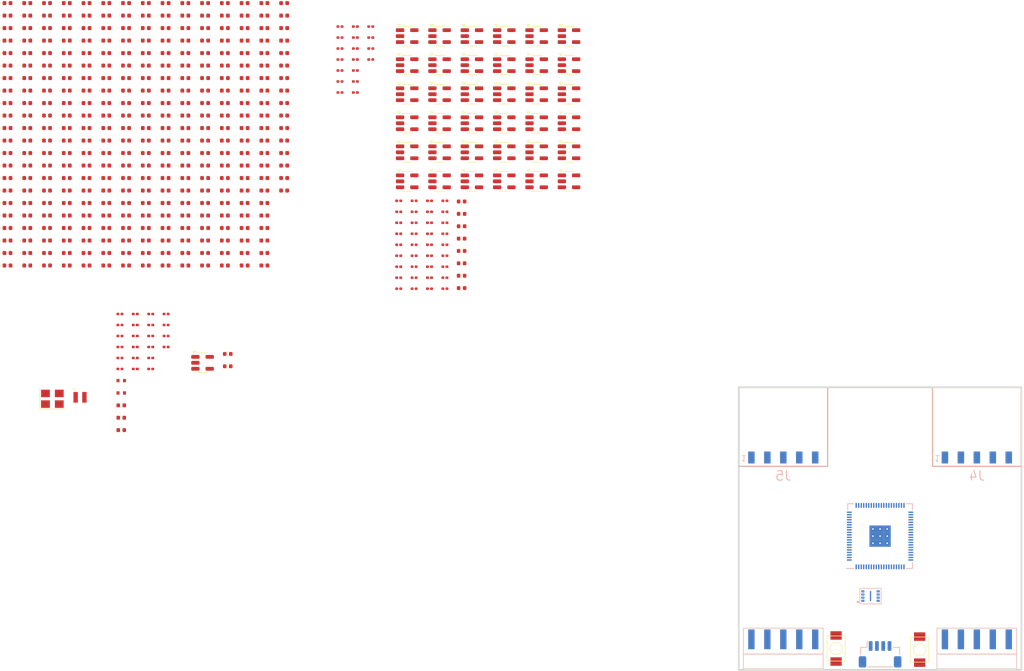
<source format=kicad_pcb>
(kicad_pcb (version 20241229) (generator "pcbnew") (generator_version "9.0")
  (layers (0 "F.Cu" signal) (4 "In1.Cu" signal) (6 "In2.Cu" signal) (8 "In3.Cu" signal) (10 "In4.Cu" signal) (2 "B.Cu" signal) (13 "F.Paste" user) (15 "B.Paste" user) (5 "F.SilkS" user "F.Silkscreen") (7 "B.SilkS" user "B.Silkscreen") (1 "F.Mask" user) (3 "B.Mask" user) (25 "Edge.Cuts" user))
  (net 0 "")
  (net 1 "GND")
  (net 2 "/panel_mcu/XIN")
  (net 3 "Net-(C2-Pad1)")
  (net 4 "+3V3")
  (net 5 "+1V1")
  (net 6 "/panel_mcu/VREG_AVDD")
  (net 7 "+5V")
  (net 8 "/drivers/ROW_0")
  (net 9 "Net-(D1-A)")
  (net 10 "Net-(D19-A)")
  (net 11 "Net-(D37-A)")
  (net 12 "Net-(D55-A)")
  (net 13 "Net-(D73-A)")
  (net 14 "Net-(D100-A)")
  (net 15 "Net-(D109-A)")
  (net 16 "Net-(D127-A)")
  (net 17 "Net-(D145-A)")
  (net 18 "/drivers/ROW_1")
  (net 19 "/drivers/ROW_2")
  (net 20 "/drivers/ROW_3")
  (net 21 "/drivers/ROW_4")
  (net 22 "/drivers/ROW_5")
  (net 23 "/drivers/ROW_6")
  (net 24 "/drivers/ROW_7")
  (net 25 "/drivers/ROW_8")
  (net 26 "/drivers/ROW_9")
  (net 27 "Net-(D163-A)")
  (net 28 "Net-(D181-A)")
  (net 29 "Net-(D199-A)")
  (net 30 "Net-(D217-A)")
  (net 31 "Net-(D235-A)")
  (net 32 "Net-(D253-A)")
  (net 33 "Net-(D271-A)")
  (net 34 "Net-(D289-A)")
  (net 35 "Net-(D307-A)")
  (net 36 "/drivers/ROW_A")
  (net 37 "/drivers/ROW_B")
  (net 38 "/drivers/ROW_C")
  (net 39 "/drivers/ROW_D")
  (net 40 "/drivers/ROW_E")
  (net 41 "/drivers/ROW_F")
  (net 42 "/drivers/ROW_G")
  (net 43 "/drivers/ROW_H")
  (net 44 "/panel_mcu/D-")
  (net 45 "/panel_mcu/D+")
  (net 46 "/panel_header/MOSI")
  (net 47 "/panel_header/MISO")
  (net 48 "/panel_header/SCK")
  (net 49 "/panel_header/CS2")
  (net 50 "/panel_header/CS0")
  (net 51 "/panel_header/CS4")
  (net 52 "/panel_header/CS1")
  (net 53 "/panel_header/EINT")
  (net 55 "/panel_mcu/VREG_LX")
  (net 56 "/panel_mcu/XIP_CS1n")
  (net 57 "Net-(R2-Pad1)")
  (net 58 "/panel_mcu/QSPI_SS")
  (net 59 "/panel_mcu/~{USB_BOOT}")
  (net 60 "/panel_mcu/XOUT")
  (net 61 "Net-(U2-USB_DP)")
  (net 62 "Net-(U2-USB_DM)")
  (net 63 "/drivers/COL_0")
  (net 64 "/drivers/COL_1")
  (net 65 "/drivers/COL_2")
  (net 66 "/drivers/COL_3")
  (net 67 "/drivers/COL_4")
  (net 68 "/drivers/COL_5")
  (net 69 "/drivers/COL_6")
  (net 70 "/drivers/COL_7")
  (net 71 "/drivers/COL_8")
  (net 72 "/drivers/COL_9")
  (net 73 "/drivers/COL_A")
  (net 74 "/drivers/COL_B")
  (net 75 "/drivers/COL_C")
  (net 76 "/drivers/COL_D")
  (net 77 "/drivers/COL_E")
  (net 78 "/drivers/COL_F")
  (net 79 "/drivers/COL_G")
  (net 80 "/drivers/COL_H")
  (net 81 "/panel_mcu/RUN")
  (net 82 "/panel_mcu/QSPI_SD2")
  (net 83 "/panel_mcu/QSPI_SD1")
  (net 84 "/panel_mcu/QSPI_SD3")
  (net 85 "/panel_mcu/QSPI_SCLK")
  (net 86 "/panel_mcu/QSPI_SD0")
  (net 87 "/drivers/ROW_MCU_B")
  (net 88 "/drivers/COL_MCU_C")
  (net 89 "/drivers/COL_MCU_H")
  (net 90 "/drivers/COL_MCU_B")
  (net 91 "/drivers/COL_MCU_2")
  (net 92 "/drivers/ROW_MCU_D")
  (net 94 "/drivers/COL_MCU_G")
  (net 95 "/drivers/COL_MCU_A")
  (net 96 "/drivers/ROW_MCU_9")
  (net 97 "/drivers/COL_MCU_E")
  (net 100 "/drivers/ROW_MCU_C")
  (net 102 "/drivers/ROW_MCU_7")
  (net 103 "/drivers/COL_MCU_D")
  (net 104 "/drivers/COL_MCU_3")
  (net 105 "/drivers/ROW_MCU_8")
  (net 106 "/drivers/COL_MCU_7")
  (net 108 "/drivers/ROW_MCU_4")
  (net 109 "/drivers/ROW_MCU_6")
  (net 110 "/drivers/ROW_MCU_A")
  (net 111 "/drivers/COL_MCU_F")
  (net 112 "/drivers/ROW_MCU_2")
  (net 113 "/drivers/COL_MCU_9")
  (net 114 "/drivers/ROW_MCU_0")
  (net 115 "/drivers/COL_MCU_6")
  (net 116 "/drivers/COL_MCU_1")
  (net 117 "/drivers/COL_MCU_0")
  (net 118 "/drivers/ROW_MCU_H")
  (net 120 "/drivers/ROW_MCU_E")
  (net 121 "/drivers/COL_MCU_5")
  (net 122 "/drivers/ROW_MCU_3")
  (net 124 "/drivers/COL_MCU_4")
  (net 125 "/drivers/ROW_MCU_5")
  (net 126 "/drivers/COL_MCU_8")
  (net 128 "/drivers/ROW_MCU_G")
  (net 129 "/drivers/ROW_MCU_1")
  (net 130 "/drivers/ROW_MCU_F")
  (footprint "panel_custom:LED_0402_1005Metric" (layer "F.Cu") (at -28.63 8.71)
    (property "Reference" "D275" (hide yes))
    (property "Value" "LED" (hide yes))
  )
  (footprint "panel_custom:LED_0402_1005Metric" (layer "F.Cu") (at -60.08 14.68)
    (property "Reference" "D58" (hide yes))
    (property "Value" "LED" (hide yes))
  )
  (footprint "panel_custom:LED_0402_1005Metric" (layer "F.Cu") (at -50.645 8.71)
    (property "Reference" "D121" (hide yes))
    (property "Value" "LED" (hide yes))
  )
  (footprint "Capacitor_SMD:C_0201_0603Metric" (layer "F.Cu") (at 0.795 25.545)
    (property "Reference" "C41" (hide yes))
    (property "Value" "100nF" (hide yes))
  )
  (footprint "panel_custom:LED_0402_1005Metric" (layer "F.Cu") (at -34.92 4.73)
    (property "Reference" "D229" (hide yes))
    (property "Value" "LED" (hide yes))
  )
  (footprint "panel_custom:LED_0402_1005Metric" (layer "F.Cu") (at -22.34 2.74)
    (property "Reference" "D316" (hide yes))
    (property "Value" "LED" (hide yes))
  )
  (footprint "panel_custom:LED_0402_1005Metric" (layer "F.Cu") (at -34.92 14.68)
    (property "Reference" "D234" (hide yes))
    (property "Value" "LED" (hide yes))
  )
  (footprint "panel_custom:LED_0402_1005Metric" (layer "F.Cu") (at -44.355 30.6)
    (property "Reference" "D176" (hide yes))
    (property "Value" "LED" (hide yes))
  )
  (footprint "panel_custom:LED_0402_1005Metric" (layer "F.Cu") (at -66.37 26.62)
    (property "Reference" "D20" (hide yes))
    (property "Value" "LED" (hide yes))
  )
  (footprint "Package_TO_SOT_SMD:SOT-23-5" (layer "F.Cu") (at 17.845 3.32)
    (property "Reference" "U29" (hide yes))
    (property "Value" "UCC27517" (hide yes))
  )
  (footprint "panel_custom:LED_0402_1005Metric" (layer "F.Cu") (at -47.5 26.62)
    (property "Reference" "D152" (hide yes))
    (property "Value" "LED" (hide yes))
  )
  (footprint "panel_custom:LED_0402_1005Metric" (layer "F.Cu") (at -22.34 14.68)
    (property "Reference" "D322" (hide yes))
    (property "Value" "LED" (hide yes))
  )
  (footprint "panel_custom:LED_0402_1005Metric" (layer "F.Cu") (at -50.645 -9.2)
    (property "Reference" "D112" (hide yes))
    (property "Value" "LED" (hide yes))
  )
  (footprint "panel_custom:LED_0402_1005Metric" (layer "F.Cu") (at -44.355 24.63)
    (property "Reference" "D173" (hide yes))
    (property "Value" "LED" (hide yes))
  )
  (footprint "panel_custom:LED_0402_1005Metric" (layer "F.Cu") (at -50.645 30.6)
    (property "Reference" "D132" (hide yes))
    (property "Value" "LED" (hide yes))
  )
  (footprint "panel_custom:LED_0402_1005Metric" (layer "F.Cu") (at -50.645 10.7)
    (property "Reference" "D122" (hide yes))
    (property "Value" "LED" (hide yes))
  )
  (footprint "Package_TO_SOT_SMD:SOT-23-5" (layer "F.Cu") (at 2.395 7.945)
    (property "Reference" "U12" (hide yes))
    (property "Value" "UCC27517" (hide yes))
  )
  (footprint "panel_custom:LED_0402_1005Metric" (layer "F.Cu") (at -41.21 -3.23)
    (property "Reference" "D181" (hide yes))
    (property "Value" "LED" (hide yes))
  )
  (footprint "panel_custom:LED_0402_1005Metric" (layer "F.Cu") (at -34.92 -3.23)
    (property "Reference" "D225" (hide yes))
    (property "Value" "LED" (hide yes))
  )
  (footprint "panel_custom:LED_0402_1005Metric" (layer "F.Cu") (at -63.225 -1.24)
    (property "Reference" "D28" (hide yes))
    (property "Value" "LED" (hide yes))
  )
  (footprint "Capacitor_SMD:C_0201_0603Metric" (layer "F.Cu") (at -4.105 22.045)
    (property "Reference" "C21" (hide yes))
    (property "Value" "100nF" (hide yes))
  )
  (footprint "Resistor_SMD:R_0201_0603Metric" (layer "F.Cu") (at -41.125 38.325)
    (property "Reference" "R5" (hide yes))
    (property "Value" "1k" (hide yes))
  )
  (footprint "Capacitor_SMD:C_0402_1005Metric" (layer "F.Cu") (at 5.905 32.225)
    (property "Reference" "C62" (hide yes))
    (property "Value" "10uF" (hide yes))
  )
  (footprint "Package_TO_SOT_SMD:SOT-23-5" (layer "F.Cu") (at -2.755 7.945)
    (property "Reference" "U6" (hide yes))
    (property "Value" "UCC27517" (hide yes))
  )
  (footprint "Capacitor_SMD:C_0201_0603Metric" (layer "F.Cu") (at -46.025 47.075)
    (property "Reference" "C16" (hide yes))
    (property "Value" "100nF" (hide yes))
  )
  (footprint "Capacitor_SMD:C_0201_0603Metric" (layer "F.Cu") (at -4.105 32.545)
    (property "Reference" "C27" (hide yes))
    (property "Value" "100nF" (hide yes))
  )
  (footprint "panel_custom:LED_0402_1005Metric" (layer "F.Cu") (at -31.775 8.71)
    (property "Reference" "D253" (hide yes))
    (property "Value" "LED" (hide yes))
  )
  (footprint "panel_custom:LED_0402_1005Metric" (layer "F.Cu") (at -25.485 4.73)
    (property "Reference" "D295" (hide yes))
    (property "Value" "LED" (hide yes))
  )
  (footprint "panel_custom:LED_0402_1005Metric" (layer "F.Cu") (at -38.065 -5.22)
    (property "Reference" "D202" (hide yes))
    (property "Value" "LED" (hide yes))
  )
  (footprint "panel_custom:LED_0402_1005Metric" (layer "F.Cu") (at -38.065 -3.23)
    (property "Reference" "D203" (hide yes))
    (property "Value" "LED" (hide yes))
  )
  (footprint "Capacitor_SMD:C_0201_0603Metric" (layer "F.Cu") (at 0.795 32.545)
    (property "Reference" "C45" (hide yes))
    (property "Value" "100nF" (hide yes))
  )
  (footprint "panel_custom:LED_0402_1005Metric" (layer "F.Cu") (at -38.065 6.72)
    (property "Reference" "D208" (hide yes))
    (property "Value" "LED" (hide yes))
  )
  (footprint "panel_custom:LED_0402_1005Metric" (layer "F.Cu") (at -25.485 28.61)
    (property "Reference" "D307" (hide yes))
    (property "Value" "LED" (hide yes))
  )
  (footprint "panel_custom:LED_0402_1005Metric" (layer "F.Cu") (at -41.21 20.65)
    (property "Reference" "D193" (hide yes))
    (property "Value" "LED" (hide yes))
  )
  (footprint "panel_custom:LED_0402_1005Metric" (layer "F.Cu") (at -31.775 10.7)
    (property "Reference" "D254" (hide yes))
    (property "Value" "LED" (hide yes))
  )
  (footprint "Package_TO_SOT_SMD:SOT-23-5" (layer "F.Cu") (at 22.995 7.945)
    (property "Reference" "U36" (hide yes))
    (property "Value" "UCC27517" (hide yes))
  )
  (footprint "Resistor_SMD:R_0201_0603Metric" (layer "F.Cu") (at -43.575 45.325)
    (property "Reference" "R3" (hide yes))
    (property "Value" "1k" (hide yes))
  )
  (footprint "Package_TO_SOT_SMD:SOT-23-5" (layer "F.Cu") (at -2.755 -1.305)
    (property "Reference" "U4" (hide yes))
    (property "Value" "UCC27517" (hide yes))
  )
  (footprint "panel_custom:LED_0402_1005Metric" (layer "F.Cu") (at -41.21 24.63)
    (property "Reference" "D195" (hide yes))
    (property "Value" "LED" (hide yes))
  )
  (footprint "Capacitor_SMD:C_0402_1005Metric" (layer "F.Cu") (at 5.905 22.375)
    (property "Reference" "C57" (hide yes))
    (property "Value" "10uF" (hide yes))
  )
  (footprint "Resistor_SMD:R_0201_0603Metric" (layer "F.Cu") (at -41.125 40.075)
    (property "Reference" "R6" (hide yes))
    (property "Value" "33" (hide yes))
  )
  (footprint "Package_TO_SOT_SMD:SOT-23-5" (layer "F.Cu") (at 12.695 7.945)
    (property "Reference" "U24" (hide yes))
    (property "Value" "UCC27517" (hide yes))
  )
  (footprint "Package_TO_SOT_SMD:SOT-23-5" (layer "F.Cu") (at 17.845 17.195)
    (property "Reference" "U32" (hide yes))
    (property "Value" "UCC27517" (hide yes))
  )
  (footprint "panel_custom:LED_0402_1005Metric" (layer "F.Cu") (at -53.79 30.6)
    (property "Reference" "D110" (hide yes))
    (property "Value" "LED" (hide yes))
  )
  (footprint "panel_custom:LED_0402_1005Metric" (layer "F.Cu") (at -47.5 -9.2)
    (property "Reference" "D134" (hide yes))
    (property "Value" "LED" (hide yes))
  )
  (footprint "panel_custom:LED_0402_1005Metric" (layer "F.Cu") (at -53.79 -3.23)
    (property "Reference" "D93" (hide yes))
    (property "Value" "LED" (hide yes))
  )
  (footprint "panel_custom:LED_0402_1005Metric" (layer "F.Cu") (at -60.08 18.66)
    (property "Reference" "D60" (hide yes))
    (property "Value" "LED" (hide yes))
  )
  (footprint "Package_TO_SOT_SMD:SOT-23-5" (layer "F.Cu") (at 22.995 -5.93)
    (property "Reference" "U33" (hide yes))
    (property "Value" "UCC27517" (hide yes))
  )
  (footprint "panel_custom:LED_0402_1005Metric" (layer "F.Cu") (at -31.775 -7.21)
    (property "Reference" "D245" (hide yes))
    (property "Value" "LED" (hide yes))
  )
  (footprint "panel_custom:LED_0402_1005Metric" (layer "F.Cu") (at -22.34 12.69)
    (property "Reference" "D321" (hide yes))
    (property "Value" "LED" (hide yes))
  )
  (footprint "panel_custom:LED_0402_1005Metric" (layer "F.Cu") (at -66.37 -1.24)
    (property "Reference" "D6" (hide yes))
    (property "Value" "LED" (hide yes))
  )
  (footprint "panel_custom:LED_0402_1005Metric" (layer "F.Cu") (at -63.225 16.67)
    (property "Reference" "D37" (hide yes))
    (property "Value" "LED" (hide yes))
  )
  (footprint "panel_custom:LED_0402_1005Metric" (layer "F.Cu") (at -47.5 -11.19)
    (property "Reference" "D133" (hide yes))
    (property "Value" "LED" (hide yes))
  )
  (footprint "panel_custom:LED_0402_1005Metric" (layer "F.Cu") (at -63.225 8.71)
    (property "Reference" "D33" (hide yes))
    (property "Value" "LED" (hide yes))
  )
  (footprint "Capacitor_SMD:C_0201_0603Metric" (layer "F.Cu") (at -1.655 34.295)
    (property "Reference" "C37" (hide yes))
    (property "Value" "100nF" (hide yes))
  )
  (footprint "panel_custom:LED_0402_1005Metric" (layer "F.Cu") (at -44.355 -11.19)
    (property "Reference" "D155" (hide yes))
    (property "Value" "LED" (hide yes))
  )
  (footprint "Resistor_SMD:R_0201_0603Metric" (layer "F.Cu") (at -41.125 41.825)
    (property "Reference" "R7" (hide yes))
    (property "Value" "27" (hide yes))
  )
  (footprint "panel_custom:LED_0402_1005Metric" (layer "F.Cu") (at -41.21 -1.24)
    (property "Reference" "D182" (hide yes))
    (property "Value" "LED" (hide yes))
  )
  (footprint "panel_custom:LED_0402_1005Metric" (layer "F.Cu") (at -34.92 18.66)
    (property "Reference" "D236" (hide yes))
    (property "Value" "LED" (hide yes))
  )
  (footprint "panel_custom:LED_0402_1005Metric" (layer "F.Cu") (at -34.92 16.67)
    (property "Reference" "D235" (hide yes))
    (property "Value" "LED" (hide yes))
  )
  (footprint "panel_custom:LED_0402_1005Metric" (layer "F.Cu") (at -50.645 22.64)
    (property "Reference" "D128" (hide yes))
    (property "Value" "LED" (hide yes))
  )
  (footprint "panel_custom:LED_0402_1005Metric" (layer "F.Cu") (at -22.34 -5.22)
    (property "Reference" "D312" (hide yes))
    (property "Value" "LED" (hide yes))
  )
  (footprint "panel_custom:LED_0402_1005Metric" (layer "F.Cu") (at -56.935 24.63)
    (property "Reference" "D85" (hide yes))
    (property "Value" "LED" (hide yes))
  )
  (footprint "Package_TO_SOT_SMD:SOT-23-5" (layer "F.Cu") (at 17.845 -5.93)
    (property "Reference" "U27" (hide yes))
    (property "Value" "UCC27517" (hide yes))
  )
  (footprint "Capacitor_SMD:C_0201_0603Metric" (layer "F.Cu") (at -1.655 29.045)
    (property "Reference" "C34" (hide yes))
    (property "Value" "100nF" (hide yes))
  )
  (footprint "panel_custom:LED_0402_1005Metric" (layer "F.Cu") (at -47.5 2.74)
    (property "Reference" "D140" (hide yes))
    (property "Value" "LED" (hide yes))
  )
  (footprint "panel_custom:LED_0402_1005Metric" (layer "F.Cu") (at -41.21 4.73)
    (property "Reference" "D185" (hide yes))
    (property "Value" "LED" (hide yes))
  )
  (footprint "panel_custom:LED_0402_1005Metric" (layer "F.Cu") (at -66.37 28.61)
    (property "Reference" "D21" (hide yes))
    (property "Value" "LED" (hide yes))
  )
  (footprint "Capacitor_SMD:C_0201_0603Metric" (layer "F.Cu") (at -4.105 29.045)
    (property "Reference" "C25" (hide yes))
    (property "Value" "100nF" (hide yes))
  )
  (footprint "panel_custom:LED_0402_1005Metric" (layer "F.Cu") (at -60.08 16.67)
    (property "Reference" "D59" (hide yes))
    (property "Value" "LED" (hide yes))
  )
  (footprint "panel_custom:LED_0402_1005Metric" (layer "F.Cu") (at -63.225 18.66)
    (property "Reference" "D38" (hide yes))
    (property "Value" "LED" (hide yes))
  )
  (footprint "panel_custom:LED_0402_1005Metric" (layer "F.Cu") (at -34.92 2.74)
    (property "Reference" "D228" (hide yes))
    (property "Value" "LED" (hide yes))
  )
  (footprint "panel_custom:LED_0402_1005Metric" (layer "F.Cu") (at -53.79 8.71)
    (property "Reference" "D99" (hide yes))
    (property "Value" "LED" (hide yes))
  )
  (footprint "panel_custom:LED_0402_1005Metric" (layer "F.Cu") (at -47.5 22.64)
    (property "Reference" "D150" (hide yes))
    (property "Value" "LED" (hide yes))
  )
  (footprint "panel_custom:LED_0402_1005Metric" (layer "F.Cu") (at -34.92 26.62)
    (property "Reference" "D240" (hide yes))
    (property "Value" "LED" (hide yes))
  )
  (footprint "panel_custom:LED_0402_1005Metric" (layer "F.Cu") (at -60.08 20.65)
    (property "Reference" "D61" (hide yes))
    (property "Value" "LED" (hide yes))
  )
  (footprint "Capacitor_SMD:C_0201_0603Metric" (layer "F.Cu") (at -1.655 23.795)
    (property "Reference" "C31" (hide yes))
    (property "Value" "100nF" (hide yes))
  )
  (footprint "panel_custom:LED_0402_1005Metric" (layer "F.Cu") (at -25.485 12.69)
    (property "Reference" "D299" (hide yes))
    (property "Value" "LED" (hide yes))
  )
  (footprint "panel_custom:LED_0402_1005Metric" (layer "F.Cu") (at -41.21 12.69)
    (property "Reference" "D189" (hide yes))
    (property "Value" "LED" (hide yes))
  )
  (footprint "panel_custom:LED_0402_1005Metric" (layer "F.Cu") (at -60.08 28.61)
    (property "Reference" "D65" (hide yes))
    (property "Value" "LED" (hide yes))
  )
  (footprint "panel_custom:LED_0402_1005Metric" (layer "F.Cu") (at -56.935 14.68)
    (property "Reference" "D80" (hide yes))
    (property "Value" "LED" (hide yes))
  )
  (footprint "panel_custom:LED_0402_1005Metric" (layer "F.Cu") (at -53.79 20.65)
    (property "Reference" "D105" (hide yes))
    (property "Value" "LED" (hide yes))
  )
  (footprint "Package_TO_SOT_SMD:SOT-23-5" (layer "F.Cu") (at 7.545 -1.305)
    (property "Reference" "U16" (hide yes))
    (property "Value" "UCC27517" (hide yes))
  )
  (footprint "panel_custom:LED_0402_1005Metric" (layer "F.Cu") (at -60.08 22.64)
    (property "Reference" "D62" (hide yes))
    (property "Value" "LED" (hide yes))
  )
  (footprint "panel_custom:LED_0402_1005Metric" (layer "F.Cu") (at -34.92 0.75)
    (property "Reference" "D227" (hide yes))
    (property "Value" "LED" (hide yes))
  )
  (footprint "panel_custom:LED_0402_1005Metric" (layer "F.Cu") (at -34.92 6.72)
    (property "Reference" "D230" (hide yes))
    (property "Value" "LED" (hide yes))
  )
  (footprint "panel_custom:LED_0402_1005Metric" (layer "F.Cu") (at -44.355 4.73)
    (property "Reference" "D163" (hide yes))
    (property "Value" "LED" (hide yes))
  )
  (footprint "panel_custom:LED_0402_1005Metric" (layer "F.Cu") (at -34.92 24.63)
    (property "Reference" "D239" (hide yes))
    (property "Value" "LED" (hide yes))
  )
  (footprint "panel_custom:LED_0402_1005Metric" (layer "F.Cu") (at -47.5 8.71)
    (property "Reference" "D143" (hide yes))
    (property "Value" "LED" (hide yes))
  )
  (footprint "panel_custom:LED_0402_1005Metric" (layer "F.Cu") (at -44.355 -3.23)
    (property "Reference" "D159" (hide yes))
    (property "Value" "LED" (hide yes))
  )
  (footprint "panel_custom:LED_0402_1005Metric" (layer "F.Cu") (at -63.225 -11.19)
    (property "Reference" "D23" (hide yes))
    (property "Value" "LED" (hide yes))
  )
  (footprint "Capacitor_SMD:C_0201_0603Metric" (layer "F.Cu") (at -48.475 41.825)
    (property "Reference" "C3" (hide yes))
    (property "Value" "100nF" (hide yes))
  )
  (footprint "Resistor_SMD:R_0201_0603Metric" (layer "F.Cu") (at -13.455 1.295)
    (property "Reference" "R14" (hide yes))
    (property "Value" "270" (hide yes))
  )
  (footprint "panel_custom:LED_0402_1005Metric" (layer "F.Cu") (at -63.225 -3.23)
    (property "Reference" "D27" (hide yes))
    (property "Value" "LED" (hide yes))
  )
  (footprint "panel_custom:LED_0402_1005Metric" (layer "F.Cu") (at -28.63 14.68)
    (property "Reference" "D278" (hide yes))
    (property "Value" "LED" (hide yes))
  )
  (footprint "panel_custom:LED_0402_1005Metric" (layer "F.Cu") (at -28.63 10.7)
    (property "Reference" "D276" (hide yes))
    (property "Value" "LED" (hide yes))
  )
  (footprint "Package_TO_SOT_SMD:SOT-23-5" (layer "F.Cu") (at 2.395 12.57)
    (property "Reference" "U13" (hide yes))
    (property "Value" "UCC27517" (hide yes))
  )
  (footprint "panel_custom:LED_0402_1005Metric" (layer "F.Cu") (at -28.63 -11.19)
    (property "Reference" "D265" (hide yes))
    (property "Value" "LED" (hide yes))
  )
  (footprint "Resistor_SMD:R_0201_0603Metric" (layer "F.Cu") (at -11.005 -2.205)
    (property "Reference" "R19" (hide yes))
    (property "Value" "270" (hide yes))
  )
  (footprint "panel_custom:LED_0402_1005Metric" (layer "F.Cu") (at -25.485 14.68)
    (property "Reference" "D300" (hide yes))
    (property "Value" "LED" (hide yes))
  )
  (footprint "Package_TO_SOT_SMD:SOT-23-5" (layer "F.Cu") (at 2.395 17.195)
    (property "Reference" "U14" (hide yes))
    (property "Value" "UCC27517" (hide yes))
  )
  (footprint "panel_custom:LED_0402_1005Metric" (layer "F.Cu") (at -25.485 6.72)
    (property "Reference" "D296" (hide yes))
    (property "Value" "LED" (hide yes))
  )
  (footprint "Capacitor_SMD:C_0201_0603Metric" (layer "F.Cu") (at 3.245 29.045)
    (property "Reference" "C52" (hide yes))
    (property "Value" "100nF" (hide yes))
  )
  (footprint "panel_custom:LED_0402_1005Metric" (layer "F.Cu") (at -60.08 30.6)
    (property "Reference" "D66" (hide yes))
    (property "Value" "LED" (hide yes))
  )
  (footprint "panel_custom:LED_0402_1005Metric" (layer "F.Cu") (at -38.065 28.61)
    (property "Reference" "D219" (hide yes))
    (property "Value" "LED" (hide yes))
  )
  (footprint "Crystal:Crystal_SMD_3225-4Pin_3.2x2.5mm" (layer "F.Cu") (at -59.225 51.825)
    (property "Reference" "Y1" (hide yes))
    (property "Value" "ABM8-272-T3" (hide yes))
  )
  (footprint "panel_custom:LED_0402_1005Metric" (layer "F.Cu") (at -31.775 16.67)
    (property "Reference" "D257" (hide yes))
    (property "Value" "LED" (hide yes))
  )
  (footprint "panel_custom:LED_0402_1005Metric" (layer "F.Cu") (at -63.225 28.61)
    (property "Reference" "D43" (hide yes))
    (property "Value" "LED" (hide yes))
  )
  (footprint "panel_custom:LED_0402_1005Metric" (layer "F.Cu") (at -41.21 8.71)
    (property "Reference" "D187" (hide yes))
    (property "Value" "LED" (hide yes))
  )
  (footprint "panel_custom:LED_0402_1005Metric" (layer "F.Cu") (at -22.34 4.73)
    (property "Reference" "D317" (hide yes))
    (property "Value" "LED" (hide yes))
  )
  (footprint "panel_custom:LED_0402_1005Metric" (layer "F.Cu") (at -38.065 2.74)
    (property "Reference" "D206" (hide yes))
    (property "Value" "LED" (hide yes))
  )
  (footprint "Resistor_SMD:R_0201_0603Metric" (layer "F.Cu") (at -43.575 41.825)
    (property "Reference" "R1" (hide yes))
    (property "Value" "10k" (hide yes))
  )
  (footprint "panel_custom:LED_0402_1005Metric" (layer "F.Cu") (at -22.34 -9.2)
    (property "Reference" "D310" (hide yes))
    (property "Value" "LED" (hide yes))
  )
  (footprint "panel_custom:LED_0402_1005Metric" (layer "F.Cu") (at -56.935 -1.24)
    (property "Reference" "D72" (hide yes))
    (property "Value" "LED" (hide yes))
  )
  (footprint "panel_custom:LED_0402_1005Metric" (layer "F.Cu") (at -22.34 -7.21)
    (property "Reference" "D311" (hide yes))
    (property "Value" "LED" (hide yes))
  )
  (footprint "Resistor_SMD:R_0201_0603Metric" (layer "F.Cu") (at -13.455 -3.955)
    (property "Reference" "R11" (hide yes))
    (property "Value" "270" (hide yes))
  )
  (footprint "Capacitor_SMD:C_0201_0603Metric" (layer "F.Cu") (at 3.245 22.045)
    (property "Reference" "C48" (hide yes))
    (property "Value" "100nF" (hide yes))
  )
  (footprint "panel_custom:LED_0402_1005Metric" (layer "F.Cu") (at -28.63 24.63)
    (property "Reference" "D283" (hide yes))
    (property "Value" "LED" (hide yes))
  )
  (footprint "panel_custom:LED_0402_1005Metric" (layer "F.Cu") (at -60.08 -9.2)
    (property "Reference" "D46" (hide yes))
    (property "Value" "LED" (hide yes))
  )
  (footprint "panel_custom:LED_0402_1005Metric" (layer "F.Cu") (at -44.355 0.75)
    (property "Reference" "D161" (hide yes))
    (property "Value" "LED" (hide yes))
  )
  (footprint "panel_custom:LED_0402_1005Metric" (layer "F.Cu") (at -66.37 -7.21)
    (property "Reference" "D3" (hide yes))
    (property "Value" "LED" (hide yes))
  )
  (footprint "panel_custom:LED_0402_1005Metric" (layer "F.Cu") (at -41.21 10.7)
    (property "Reference" "D188" (hide yes))
    (property "Value" "LED" (hide yes))
  )
  (footprint "panel_custom:LED_0402_1005Metric" (layer "F.Cu") (at -63.225 12.69)
    (property "Reference" "D35" (hide yes))
    (property "Value" "LED" (hide yes))
  )
  (footprint "Capacitor_SMD:C_0402_1005Metric" (layer "F.Cu") (at 5.905 30.255)
    (property "Reference" "C61" (hide yes))
    (property "Value" "10uF" (hide yes))
  )
  (footprint "Resistor_SMD:R_0201_0603Metric" (layer "F.Cu") (at -43.575 43.575)
    (property "Reference" "R2" (hide yes))
    (property "Value" "1k" (hide yes))
  )
  (footprint "panel_custom:LED_0402_1005Metric" (layer "F.Cu") (at -50.645 16.67)
    (property "Reference" "D125" (hide yes))
    (property "Value" "LED" (hide yes))
  )
  (footprint "panel_custom:LED_0402_1005Metric" (layer "F.Cu") (at -63.225 26.62)
    (property "Reference" "D42" (hide yes))
    (property "Value" "LED" (hide yes))
  )
  (footprint "Capacitor_SMD:C_0201_0603Metric" (layer "F.Cu") (at -48.475 40.075)
    (property "Reference" "C2" (hide yes))
    (property "Value" "15pF" (hide yes))
  )
  (footprint "panel_custom:LED_0402_1005Metric" (layer "F.Cu") (at -60.08 -7.21)
    (property "Reference" "D47" (hide yes))
    (property "Value" "LED" (hide yes))
  )
  (footprint "panel_custom:LED_0402_1005Metric" (layer "F.Cu") (at -28.63 18.66)
    (property "Reference" "D280" (hide yes))
    (property "Value" "LED" (hide yes))
  )
  (footprint "panel_custom:LED_0402_1005Metric" (layer "F.Cu") (at -44.355 10.7)
    (property "Reference" "D166" (hide yes))
    (property "Value" "LED" (hide yes))
  )
  (footprint "Capacitor_SMD:C_0201_0603Metric" (layer "F.Cu") (at -1.655 30.795)
    (property "Reference" "C35" (hide yes))
    (property "Value" "100nF" (hide yes))
  )
  (footprint "panel_custom:LED_0402_1005Metric" (layer "F.Cu") (at -50.645 4.73)
    (property "Reference" "D119" (hide yes))
    (property "Value" "LED" (hide yes))
  )
  (footprint "panel_custom:LED_0402_1005Metric" (layer "F.Cu") (at -60.08 0.75)
    (property "Reference" "D51" (hide yes))
    (property "Value" "LED" (hide yes))
  )
  (footprint "panel_custom:LED_0402_1005Metric" (layer "F.Cu") (at -63.225 0.75)
    (property "Reference" "D29" (hide yes))
    (property "Value" "LED" (hide yes))
  )
  (footprint "Capacitor_SMD:C_0201_0603Metric" (layer "F.Cu") (at -1.655 25.545)
    (property "Reference" "C32" (hide yes))
    (property "Value" "100nF" (hide yes))
  )
  (footprint "Capacitor_SMD:C_0201_0603Metric" (layer "F.Cu") (at -1.655 20.295)
    (property "Reference" "C29" (hide yes))
    (property "Value" "100nF" (hide yes))
  )
  (footprint "panel_custom:LED_0402_1005Metric" (layer "F.Cu") (at -56.935 0.75)
    (property "Reference" "D73" (hide yes))
    (property "Value" "LED" (hide yes))
  )
  (footprint "Resistor_SMD:R_0201_0603Metric" (layer "F.Cu") (at -8.555 -2.205)
    (property "Reference" "R26" (hide yes))
    (property "Value" "270" (hide yes))
  )
  (footprint "panel_custom:LED_0402_1005Metric" (layer "F.Cu") (at -60.08 24.63)
    (property "Reference" "D63" (hide yes))
    (property "Value" "LED" (hide yes))
  )
  (footprint "panel_custom:LED_0402_1005Metric" (layer "F.Cu") (at -28.63 4.73)
    (property "Reference" "D273" (hide yes))
    (property "Value" "LED" (hide yes))
  )
  (footprint "panel_custom:LED_0402_1005Metric" (layer "F.Cu") (at -28.63 2.74)
    (property "Reference" "D272" (hide yes))
    (property "Value" "LED" (hide yes))
  )
  (footprint "panel_custom:LED_0402_1005Metric" (layer "F.Cu") (at -25.485 -9.2)
    (property "Reference" "D288" (hide yes))
    (property "Value" "LED" (hide yes))
  )
  (footprint "panel_custom:LED_0402_1005Metric" (layer "F.Cu") (at -50.645 14.68)
    (property "Reference" "D124" (hide yes))
    (property "Value" "LED" (hide yes))
  )
  (footprint "panel_custom:LED_0402_1005Metric" (layer "F.Cu") (at -56.935 6.72)
    (property "Reference" "D76" (hide yes))
    (property "Value" "LED" (hide yes))
  )
  (footprint "Capacitor_SMD:C_0201_0603Metric" (layer "F.Cu") (at -48.475 45.325)
    (property "Reference" "C9" (hide yes))
    (property "Value" "100nF" (hide yes))
  )
  (footprint "panel_custom:LED_0402_1005Metric" (layer "F.Cu") (at -66.37 22.64)
    (property "Reference" "D18" (hide yes))
    (property "Value" "LED" (hide yes))
  )
  (footprint "Capacitor_SMD:C_0402_1005Metric" (layer "F.Cu") (at -31.315 46.655)
    (property "Reference" "C65" (hide yes))
    (property "Value" "10uF" (hide yes))
  )
  (footprint "panel_custom:LED_0402_1005Metric" (layer "F.Cu") (at -56.935 20.65)
    (property "Reference" "D83" (hide yes))
    (property "Value" "LED" (hide yes))
  )
  (footprint "Package_TO_SOT_SMD:SOT-23-5" (layer "F.Cu") (at 22.995 17.195)
    (property "Reference" "U38" (hide yes))
    (property "Value" "UCC27517" (hide yes))
  )
  (footprint "panel_custom:LED_0402_1005Metric" (layer "F.Cu") (at -60.08 -11.19)
    (property "Reference" "D45" (hide yes))
    (property "Value" "LED" (hide yes))
  )
  (footprint "panel_custom:LED_0402_1005Metric" (layer "F.Cu") (at -28.63 20.65)
    (property "Reference" "D281" (hide yes))
    (property "Value" "LED" (hide yes))
  )
  (footprint "panel_custom:LED_0402_1005Metric" (layer "F.Cu") (at -60.08 12.69)
    (property "Reference" "D57" (hide yes))
    (property "Value" "LED" (hide yes))
  )
  (footprint "panel_custom:LED_0402_1005Metric" (layer "F.Cu") (at -22.34 8.71)
    (property "Reference" "D319" (hide yes))
    (property "Value" "LED" (hide yes))
  )
  (footprint "panel_custom:LED_0402_1005Metric" (layer "F.Cu") (at -31.775 20.65)
    (property "Reference" "D259" (hide yes))
    (property "Value" "LED" (hide yes))
  )
  (footprint "panel_custom:LED_0402_1005Metric" (layer "F.Cu") (at -47.5 0.75)
    (property "Reference" "D139" (hide yes))
    (property "Value" "LED" (hide yes))
  )
  (footprint "Capacitor_SMD:C_0201_0603Metric" (layer "F.Cu") (at 3.245 20.295)
    (property "Reference" "C47" (hide yes))
    (property "Value" "100nF" (hide yes))
  )
  (footprint "Resistor_SMD:R_0201_0603Metric" (layer "F.Cu") (at -43.575 47.075)
    (property "Reference" "R4" (hide yes))
    (property "Value" "10k" (hide yes))
  )
  (footprint "Capacitor_SMD:C_0201_0603Metric" (layer "F.Cu") (at 0.795 23.795)
    (property "Reference" "C40" (hide yes))
    (property "Value" "100nF" (hide yes))
  )
  (footprint "Resistor_SMD:R_0201_0603Metric" (layer "F.Cu") (at -13.455 3.045)
    (property "Reference" "R15" (hide yes))
    (property "Value" "270" (hide yes))
  )
  (footprint "Capacitor_SMD:C_0201_0603Metric" (layer "F.Cu") (at 0.795 27.295)
    (property "Reference" "C42" (hide yes))
    (property "Value" "100nF" (hide yes))
  )
  (footprint "panel_custom:LED_0402_1005Metric" (layer "F.Cu") (at -47.5 4.73)
    (property "Reference" "D141" (hide yes))
    (property "Value" "LED" (hide yes))
  )
  (footprint "panel_custom:LED_0402_1005Metric" (layer "F.Cu") (at -41.21 2.74)
    (property "Reference" "D184" (hide yes))
    (property "Value" "LED" (hide yes))
  )
  (footprint "panel_custom:LED_0402_1005Metric" (layer "F.Cu") (at -44.355 2.74)
    (property "Reference" "D162" (hide yes))
    (property "Value" "LED" (hide yes))
  )
  (footprint "panel_custom:LED_0402_1005Metric" (layer "F.Cu") (at -25.485 18.66)
    (property "Reference" "D302" (hide yes))
    (property "Value" "LED" (hide yes))
  )
  (footprint "panel_custom:LED_0402_1005Metric" (layer "F.Cu") (at -53.79 14.68)
    (property "Reference" "D102" (hide yes))
    (property "Value" "LED" (hide yes))
  )
  (footprint "panel_custom:LED_0402_1005Metric" (layer "F.Cu") (at -41.21 30.6)
    (property "Reference" "D198" (hide yes))
    (property "Value" "LED" (hide yes))
  )
  (footprint "Capacitor_SMD:C_0201_0603Metric" (layer "F.Cu") (at -43.575 38.325)
    (property "Reference" "C17" (hide yes))
    (property "Value" "100nF" (hide yes))
  )
  (footprint "panel_custom:LED_0402_1005Metric" (layer "F.Cu") (at -50.645 2.74)
    (property "Reference" "D118" (hide yes))
    (property "Value" "LED" (hide yes))
  )
  (footprint "panel_custom:LED_0402_1005Metric" (layer "F.Cu") (at -25.485 -5.22)
    (property "Reference" "D290" (hide yes))
    (property "Value" "LED" (hide yes))
  )
  (footprint "panel_custom:LED_0402_1005Metric" (layer "F.Cu") (at -63.225 -9.2)
    (property "Reference" "D24" (hide yes))
    (property "Value" "LED" (hide yes))
  )
  (footprint "panel_custom:LED_0402_1005Metric" (layer "F.Cu") (at -66.37 10.7)
    (property "Reference" "D12" (hide yes))
    (property "Value" "LED" (hide yes))
  )
  (footprint "panel_custom:LED_0402_1005Metric" (layer "F.Cu") (at -31.775 26.62)
    (property "Reference" "D262" (hide yes))
    (property "Value" "LED" (hide yes))
  )
  (footprint "panel_custom:LED_0402_1005Metric" (layer "F.Cu") (at -31.775 18.66)
    (property "Reference" "D258" (hide yes))
    (property "Value" "LED" (hide yes))
  )
  (footprint "panel_custom:LED_0402_1005Metric" (layer "F.Cu") (at -41.21 22.64)
    (property "Reference" "D194" (hide yes))
    (property "Value" "LED" (hide yes))
  )
  (footprint "panel_custom:LED_0402_1005Metric" (layer "F.Cu") (at -25.485 -1.24)
    (property "Reference" "D292" (hide yes))
    (property "Value" "LED" (hide yes))
  )
  (footprint "panel_custom:LED_0402_1005Metric" (layer "F.Cu") (at -22.34 -3.23)
    (property "Reference" "D313" (hide yes))
    (property "Value" "LED" (hide yes))
  )
  (footprint "panel_custom:LED_0402_1005Metric" (layer "F.Cu") (at -53.79 22.64)
    (property "Reference" "D106" (hide yes))
    (property "Value" "LED" (hide yes))
  )
  (footprint "panel_custom:LED_0402_1005Metric" (layer "F.Cu") (at -53.79 -11.19)
    (property "Reference" "D89" (hide yes))
    (property "Value" "LED" (hide yes))
  )
  (footprint "Resistor_SMD:R_0201_0603Metric" (layer "F.Cu") (at -13.455 -7.455)
    (property "Reference" "R9" (hide yes))
    (property "Value" "270" (hide yes))
  )
  (footprint "panel_custom:LED_0402_1005Metric" (layer "F.Cu") (at -41.21 0.75)
    (property "Reference" "D183" (hide yes))
    (property "Value" "LED" (hide yes))
  )
  (footprint "panel_custom:LED_0402_1005Metric" (layer "F.Cu") (at -66.37 6.72)
    (property "Reference" "D10" (hide yes))
    (property "Value" "LED" (hide yes))
  )
  (footprint "panel_custom:LED_0402_1005Metric" (layer "F.Cu") (at -66.37 18.66)
    (property "Reference" "D16" (hide yes))
    (property "Value" "LED" (hide yes))
  )
  (footprint "panel_custom:LED_0402_1005Metric" (layer "F.Cu") (at -53.79 6.72)
    (property "Reference" "D98" (hide yes))
    (property "Value" "LED" (hide yes))
  )
  (footprint "panel_custom:LED_0402_1005Metric" (layer "F.Cu") (at -41.21 6.72)
    (property "Reference" "D186" (hide yes))
    (property "Value" "LED" (hide yes))
  )
  (footprint "panel_custom:LED_0402_1005Metric" (layer "F.Cu") (at -47.5 -7.21)
    (property "Reference" "D135" (hide yes))
    (property "Value" "LED" (hide yes))
  )
  (footprint "panel_custom:LED_0402_1005Metric" (layer "F.Cu") (at -56.935 28.61)
    (property "Reference" "D87" (hide yes))
    (property "Value" "LED" (hide yes))
  )
  (footprint "Capacitor_SMD:C_0402_1005Metric" (layer "F.Cu") (at -31.315 44.685)
    (property "Reference" "C64" (hide yes))
    (property "Value" "10uF" (hide yes))
  )
  (footprint "panel_custom:LED_0402_1005Metric" (layer "F.Cu") (at -63.225 20.65)
    (property "Reference" "D39" (hide yes))
    (property "Value" "LED" (hide yes))
  )
  (footprint "panel_custom:TS-1088-AR02016" (layer "F.Cu") (at 65.5 91.6 90)
    (property "Reference" "SW1" (hide yes))
    (property "Value" "SW_Push" (hide yes))
  )
  (footprint "panel_custom:LED_0402_1005Metric" (layer "F.Cu") (at -47.5 10.7)
    (property "Reference" "D144" (hide yes))
    (property "Value" "LED" (hide yes))
  )
  (footprint "panel_custom:LED_0402_1005Metric" (layer "F.Cu") (at -50.645 12.69)
    (property "Reference" "D123" (hide yes))
    (property "Value" "LED" (hide yes))
  )
  (footprint "RP2350_80QFN_minimal:C_0402_1005Metric_small_pads" (layer "F.Cu") (at -48.265 48.935)
    (property "Reference" "C4" (hide yes))
    (property "Value" "4.7uF" (hide yes))
  )
  (footprint "panel_custom:LED_0402_1005Metric" (layer "F.Cu") (at -38.065 4.73)
    (property "Reference" "D207" (hide yes))
    (property "Value" "LED" (hide yes))
  )
  (footprint "panel_custom:LED_0402_1005Metric" (layer "F.Cu") (at -41.21 18.66)
    (property "Reference" "D192" (hide yes))
    (property "Value" "LED" (hide yes))
  )
  (footprint "panel_custom:LED_0402_1005Metric" (layer "F.Cu") (at -28.63 0.75)
    (property "Reference" "D271" (hide yes))
    (property "Value" "LED" (hide yes))
  )
  (footprint "panel_custom:LED_0402_1005Metric" (layer "F.Cu") (at -31.775 -11.19)
    (property "Reference" "D243" (hide yes))
    (property "Value" "LED" (hide yes))
  )
  (footprint "panel_custom:LED_0402_1005Metric" (layer "F.Cu") (at -63.225 6.72)
    (property "Reference" "D32" (hide yes))
    (property "Value" "LED" (hide yes))
  )
  (footprint "panel_custom:LED_0402_1005Metric" (layer "F.Cu") (at -34.92 28.61)
    (property "Reference" "D241" (hide yes))
    (property "Value" "LED" (hide yes))
  )
  (footprint "Capacitor_SMD:C_0402_1005Metric" (layer "F.Cu") (at 5.905 34.195)
    (property "Reference" "C63" (hide yes))
    (property "Value" "10uF" (hide yes))
  )
  (footprint "Resistor_SMD:R_0201_0603Metric" (layer "F.Cu") (at -8.555 -3.955)
    (property "Reference" "R25" (hide yes))
    (property "Value" "270" (hide yes))
  )
  (footprint "Capacitor_SMD:C_0201_0603Metric" (layer "F.Cu") (at 0.795 20.295)
    (property "Reference" "C38" (hide yes))
    (property "Value" "100nF" (hide yes))
  )
  (footprint "panel_custom:LED_0402_1005Metric" (layer "F.Cu") (at -50.645 -7.21)
    (property "Reference" "D113" (hide yes))
    (property "Value" "LED" (hide yes))
  )
  (footprint "Package_TO_SOT_SMD:SOT-23-5" (layer "F.Cu") (at 7.545 7.945)
    (property "Reference" "U18" (hide yes))
    (property "Value" "UCC27517" (hide yes))
  )
  (footprint "panel_custom:LED_0402_1005Metric" (layer "F.Cu") (at -22.34 18.66)
    (property "Reference" "D324" (hide yes))
    (property "Value" "LED" (hide yes))
  )
  (footprint "panel_custom:LED_0402_1005Metric" (layer "F.Cu") (at -66.37 20.65)
    (property "Reference" "D17" (hide yes))
    (property "Value" "LED" (hide yes))
  )
  (footprint "Resistor_SMD:R_0201_0603Metric" (layer "F.Cu") (at -41.125 43.575)
    (property "Reference" "R8" (hide yes))
    (property "Value" "27" (hide yes))
  )
  (footprint "Resistor_SMD:R_0201_0603Metric" (layer "F.Cu") (at -13.455 -0.455)
    (property "Reference" "R13" (hide yes))
    (property "Value" "270" (hide yes))
  )
  (footprint "panel_custom:LED_0402_1005Metric" (layer "F.Cu") (at -31.775 -1.24)
    (property "Reference" "D248" (hide yes))
    (property "Value" "LED" (hide yes))
  )
  (footprint "panel_custom:LED_0402_1005Metric" (layer "F.Cu") (at -38.065 22.64)
    (property "Reference" "D216" (hide yes))
    (property "Value" "LED" (hide yes))
  )
  (footprint "panel_custom:LED_0402_1005Metric" (layer "F.Cu") (at -66.37 -3.23)
    (property "Reference" "D5" (hide yes))
    (property "Value" "LED" (hide yes))
  )
  (footprint "panel_custom:LED_0402_1005Metric" (layer "F.Cu") (at -34.92 -9.2)
    (property "Reference" "D222" (hide yes))
    (property "Value" "LED" (hide yes))
  )
  (footprint "panel_custom:LED_0402_1005Metric" (layer "F.Cu") (at -56.935 -7.21)
    (property "Reference" "D69" (hide yes))
    (property "Value" "LED" (hide yes))
  )
  (footprint "panel_custom:LED_0402_1005Metric" (layer "F.Cu") (at -41.21 -7.21)
    (property "Reference" "D179" (hide yes))
    (property "Value" "LED" (hide yes))
  )
  (footprint "panel_custom:LED_0402_1005Metric" (layer "F.Cu") (at -31.775 4.73)
    (property "Reference" "D251" (hide yes))
    (property "Value" "LED" (hide yes))
  )
  (footprint "panel_custom:LED_0402_1005Metric" (layer "F.Cu") (at -34.92 -5.22)
    (property "Reference" "D224" (hide yes))
    (property "Value" "LED" (hide yes))
  )
  (footprint "Resistor_SMD:R_0201_0603Metric" (layer "F.Cu") (at -13.455 -2.205)
    (property "Reference" "R12" (hide yes))
    (property "Value" "270" (hide yes))
  )
  (footprint "Package_TO_SOT_SMD:SOT-23-5" (layer "F.Cu") (at 12.695 12.57)
    (property "Reference" "U25" (hide yes))
    (property "Value" "UCC27517" (hide yes))
  )
  (footprint "Capacitor_SMD:C_0201_0603Metric" (layer "F.Cu") (at 3.245 23.795)
    (property "Reference" "C49" (hide yes))
    (property "Value" "100nF" (hide yes))
  )
  (footprint "panel_custom:LED_0402_1005Metric" (layer "F.Cu") (at -60.08 4.73)
    (property "Reference" "D53" (hide yes))
    (property "Value" "LED" (hide yes))
  )
  (footprint "panel_custom:LED_0402_1005Metric" (layer "F.Cu") (at -34.92 -7.21)
    (property "Reference" "D223" (hide yes))
    (property "Value" "LED" (hide yes))
  )
  (footprint "panel_custom:LED_0402_1005Metric" (layer "F.Cu") (at -66.37 0.75)
    (property "Reference" "D7" (hide yes))
    (property "Value" "LED" (hide yes))
  )
  (footprint "panel_custom:LED_0402_1005Metric" (layer "F.Cu") (at -60.08 -5.22)
    (property "Reference" "D48" (hide yes))
    (property "Value" "LED" (hide yes))
  )
  (footprint "panel_custom:LED_0402_1005Metric" (layer "F.Cu") (at -60.08 10.7)
    (property "Reference" "D56" (hide yes))
    (property "Value" "LED" (hide yes))
  )
  (footprint "panel_custom:LED_0402_1005Metric" (layer "F.Cu") (at -41.21 14.68)
    (property "Reference" "D190" (hide yes))
    (property "Value" "LED" (hide yes))
  )
  (footprint "panel_custom:LED_0402_1005Metric" (layer "F.Cu") (at -53.79 4.73)
    (property "Reference" "D97" (hide yes))
    (property "Value" "LED" (hide yes))
  )
  (footprint "panel_custom:LED_0402_1005Metric" (layer "F.Cu") (at -56.935 -9.2)
    (property "Reference" "D68" (hide yes))
    (property "Value" "LED" (hide yes))
  )
  (footprint "panel_custom:LED_0402_1005Metric" (layer "F.Cu") (at -31.775 14.68)
    (property "Reference" "D256" (hide yes))
    (property "Value" "LED" (hide yes))
  )
  (footprint "Resistor_SMD:R_0201_0603Metric" (layer "F.Cu") (at -11.005 3.045)
    (property "Reference" "R22" (hide yes))
    (property "Value" "270" (hide yes))
  )
  (footprint "panel_custom:LED_0402_1005Metric" (layer "F.Cu") (at -31.775 24.63)
    (property "Reference" "D261" (hide yes))
    (property "Value" "LED" (hide yes))
  )
  (footprint "Package_TO_SOT_SMD:SOT-23-5" (layer "F.Cu") (at 7.545 12.57)
    (property "Reference" "U19" (hide yes))
    (property "Value" "UCC27517" (hide yes))
  )
  (footprint "panel_custom:LED_0402_1005Metric" (layer "F.Cu") (at -60.08 8.71)
    (property "Reference" "D55" (hide yes))
    (property "Value" "LED" (hide yes))
  )
  (footprint "Capacitor_SMD:C_0201_0603Metric" (layer "F.Cu") (at 0.795 34.295)
    (property "Reference" "C46" (hide yes))
    (property "Value" "100nF" (hide yes))
  )
  (footprint "panel_custom:LED_0402_1005Metric" (layer "F.Cu") (at -38.065 20.65)
    (property "Reference" "D215" (hide yes))
    (property "Value" "LED" (hide yes))
  )
  (footprint "Package_TO_SOT_SMD:SOT-23-5" (layer "F.Cu") (at 7.545 -5.93)
    (property "Reference" "U15" (hide yes))
    (property "Value" "UCC27517" (hide yes))
  )
  (footprint "Capacitor_SMD:C_0201_0603Metric" (layer "F.Cu") (at -43.575 40.075)
    (property "Reference" "C18" (hide yes))
    (property "Value" "100nF" (hide yes))
  )
  (footprint "panel_custom:LED_0402_1005Metric" (layer "F.Cu") (at -28.63 30.6)
    (property "Reference" "D286" (hide yes))
    (property "Value" "LED" (hide yes))
  )
  (footprint "panel_custom:LED_0402_1005Metric" (layer "F.Cu") (at -56.935 2.74)
    (property "Reference" "D74" (hide yes))
    (property "Value" "LED" (hide yes))
  )
  (footprint "panel_custom:LED_0402_1005Metric" (layer "F.Cu") (at -47.5 6.72)
    (property "Reference" "D142" (hide yes))
    (property "Value" "LED" (hide yes))
  )
  (footprint "Resistor_SMD:R_0201_0603Metric" (layer "F.Cu") (at -11.005 -3.955)
    (property "Reference" "R18" (hide yes))
    (property "Value" "270" (hide yes))
  )
  (footprint "panel_custom:LED_0402_1005Metric" (layer "F.Cu") (at -47.5 16.67)
    (property "Reference" "D147" (hide yes))
    (property "Value" "LED" (hide yes))
  )
  (footprint "panel_custom:LED_0402_1005Metric" (layer "F.Cu") (at -34.92 12.69)
    (property "Reference" "D233" (hide yes))
    (property "Value" "LED" (hide yes))
  )
  (footprint "panel_custom:LED_0402_1005Metric" (layer "F.Cu") (at -28.63 28.61)
    (property "Reference" "D285" (hide yes))
    (property "Value" "LED" (hide yes))
  )
  (footprint "panel_custom:LED_0402_1005Metric" (layer "F.Cu") (at -60.08 26.62)
    (property "Reference" "D64" (hide yes))
    (property "Value" "LED" (hide yes))
  )
  (footprint "panel_custom:LED_0402_1005Metric" (layer "F.Cu") (at -66.37 -11.19)
    (property "Reference" "D1" (hide yes))
    (property "Value" "LED" (hide yes))
  )
  (footprint "Capacitor_SMD:C_0402_1005Metric" (layer "F.Cu") (at 5.905 28.285)
    (property "Reference" "C60" (hide yes))
    (property "Value" "10uF" (hide yes))
  )
  (footprint "Capacitor_SMD:C_0201_0603Metric" (layer "F.Cu") (at -48.475 47.075)
    (property "Reference" "C10" (hide yes))
    (property "Value" "100nF" (hide yes))
  )
  (footprint "panel_custom:LED_0402_1005Metric" (layer "F.Cu") (at -47.5 -5.22)
    (property "Reference" "D136" (hide yes))
    (property "Value" "LED" (hide yes))
  )
  (footprint "Package_TO_SOT_SMD:SOT-23-5" (layer "F.Cu") (at 12.695 -1.305)
    (property "Reference" "U22" (hide yes))
    (property "Value" "UCC27517" (hide yes))
  )
  (footprint "panel_custom:LED_0402_1005Metric" (layer "F.Cu") (at -31.775 12.69)
    (property "Reference" "D255" (hide yes))
    (property "Value" "LED" (hide yes))
  )
  (footprint "Package_TO_SOT_SMD:SOT-23-5" (layer "F.Cu") (at 17.845 12.57)
    (property "Reference" "U31" (hide yes))
    (property "Value" "UCC27517" (hide yes))
  )
  (footprint "panel_custom:LED_0402_1005Metric" (layer "F.Cu") (at -50.645 24.63)
    (property "Reference" "D129" (hide yes))
    (property "Value" "LED" (hide yes))
  )
  (footprint "Package_TO_SOT_SMD:SOT-23-5" (layer "F.Cu") (at 12.695 -5.93)
    (property "Reference" "U21" (hide yes))
    (property "Value" "UCC27517" (hide yes))
  )
  (footprint "panel_custom:LED_0402_1005Metric" (layer "F.Cu") (at -38.065 12.69)
    (property "Reference" "D211" (hide yes))
    (property "Value" "LED" (hide yes))
  )
  (footprint "panel_custom:LED_0402_1005Metric" (layer "F.Cu") (at -60.08 -3.23)
    (property "Reference" "D49" (hide yes))
    (property "Value" "LED" (hide yes))
  )
  (footprint "panel_custom:LED_0402_1005Metric" (layer "F.Cu") (at -50.645 -11.19)
    (property "Reference" "D111" (hide yes))
    (property "Value" "LED" (hide yes))
  )
  (footprint "Package_TO_SOT_SMD:SOT-23-5" (layer "F.Cu") (at 12.695 17.195)
    (property "Reference" "U26" (hide yes))
    (property "Value" "UCC27517" (hide yes))
  )
  (footprint "panel_custom:LED_0402_1005Metric" (layer "F.Cu") (at -50.645 0.75)
    (property "Reference" "D117" (hide yes))
    (property "Value" "LED" (hide yes))
  )
  (footprint "panel_custom:LED_0402_1005Metric" (layer "F.Cu") (at -47.5 28.61)
    (property "Reference" "D153" (hide yes))
    (property "Value" "LED" (hide yes))
  )
  (footprint "panel_custom:LED_0402_1005Metric" (layer "F.Cu") (at -53.79 0.75)
    (property "Reference" "D95" (hide yes))
    (property "Value" "LED" (hide yes))
  )
  (footprint "panel_custom:LED_0402_1005Metric" (layer "F.Cu") (at -50.645 26.62)
    (property "Reference" "D130" (hide yes))
    (property "Value" "LED" (hide yes))
  )
  (footprint "panel_custom:LED_0402_1005Metric" (layer "F.Cu") (at -53.79 16.67)
    (property "Reference" "D103" (hide yes))
    (property "Value" "LED" (hide yes))
  )
  (footprint "panel_custom:LED_0402_1005Metric" (layer "F.Cu") (at -34.92 30.6)
    (property "Reference" "D242" (hide yes))
    (property "Value" "LED" (hide yes))
  )
  (footprint "panel_custom:LED_0402_1005Metric" (layer "F.Cu") (at -66.37 2.74)
    (property "Reference" "D8" (hide yes))
    (property "Value" "LED" (hide yes))
  )
  (footprint "panel_custom:LED_0402_1005Metric" (layer "F.Cu") (at -28.63 22.64)
    (property "Reference" "D282" (hide yes))
    (property "Value" "LED" (hide yes))
  )
  (footprint "Capacitor_SMD:C_0201_0603Metric" (layer "F.Cu") (at -4.105 20.295)
    (property "Reference" "C20" (hide yes))
    (property "Value" "100nF" (hide yes))
  )
  (footprint "Capacitor_SMD:C_0201_0603Metric" (layer "F.Cu") (at 0.795 29.045)
    (property "Reference" "C43" (hide yes))
    (property "Value" "100nF" (hide yes))
  )
  (footprint "Package_TO_SOT_SMD:SOT-23-5" (layer "F.Cu") (at 12.695 3.32)
    (property "Reference" "U23" (hide yes))
    (property "Value" "UCC27517" (hide yes))
  )
  (footprint "panel_custom:LED_0402_1005Metric" (layer "F.Cu") (at -22.34 0.75)
    (property "Reference" "D315" (hide yes))
    (property "Value" "LED" (hide yes))
  )
  (footprint "panel_custom:LED_0402_1005Metric" (layer "F.Cu") (at -47.5 12.69)
    (property "Reference" "D145" (hide yes))
    (property "Value" "LED" (hide yes))
  )
  (footprint "panel_custom:LED_0402_1005Metric" (layer "F.Cu") (at -66.37 -9.2)
    (property "Reference" "D2" (hide yes))
    (property "Value" "LED" (hide yes))
  )
  (footprint "Package_TO_SOT_SMD:SOT-23-5" (layer "F.Cu") (at 2.395 3.32)
    (property "Reference" "U11" (hide yes))
    (property "Value" "UCC27517" (hide yes))
  )
  (footprint "Resistor_SMD:R_0201_0603Metric" (layer "F.Cu") (at -11.005 1.295)
    (property "Reference" "R21" (hide yes))
    (property "Value" "270" (hide yes))
  )
  (footprint "Package_TO_SOT_SMD:SOT-23-5" (layer "F.Cu") (at 7.545 3.32)
    (property "Reference" "U17" (hide yes))
    (property "Value" "UCC27517" (hide yes))
  )
  (footprint "panel_custom:LED_0402_1005Metric" (layer "F.Cu") (at -38.065 14.68)
    (property "Reference" "D212" (hide yes))
    (property "Value" "LED" (hide yes))
  )
  (footprint "Capacitor_SMD:C_0201_0603Metric" (layer "F.Cu") (at -46.025 41.825)
    (property "Reference" "C13" (hide yes))
    (property "Value" "100nF" (hide yes))
  )
  (footprint "Capacitor_SMD:C_0201_0603Metric" (layer "F.Cu") (at -4.105 23.795)
    (property "Reference" "C22" (hide yes))
    (property "Value" "100nF" (hide yes))
  )
  (footprint "Resistor_SMD:R_0201_0603Metric" (layer "F.Cu") (at -11.005 -0.455)
    (property "Reference" "R20" (hide yes))
    (property "Value" "270" (hide yes))
  )
  (footprint "panel_custom:LED_0402_1005Metric" (layer "F.Cu") (at -25.485 24.63)
    (property "Reference" "D305" (hide yes))
    (property "Value" "LED" (hide yes))
  )
  (footprint "panel_custom:LED_0402_1005Metric" (layer "F.Cu") (at -56.935 18.66)
    (property "Reference" "D82" (hide yes))
    (property "Value" "LED" (hide yes))
  )
  (footprint "panel_custom:LED_0402_1005Metric" (layer "F.Cu") (at -38.065 26.62)
    (property "Reference" "D218" (hide yes))
    (property "Value" "LED" (hide yes))
  )
  (footprint "Capacitor_SMD:C_0201_0603Metric" (layer "F.Cu") (at -1.655 32.545)
    (property "Reference" "C36" (hide yes))
    (property "Value" "100nF" (hide yes))
  )
  (footprint "panel_custom:LED_0402_1005Metric" (layer "F.Cu") (at -44.355 8.71)
    (property "Reference" "D165" (hide yes))
    (property "Value" "LED" (hide yes))
  )
  (footprint "panel_custom:LED_0402_1005Metric" (layer "F.Cu") (at -28.63 12.69)
    (property "Reference" "D277" (hide yes))
    (property "Value" "LED" (hide yes))
  )
  (footprint "panel_custom:LED_0402_1005Metric" (layer "F.Cu") (at -41.21 28.61)
    (property "Reference" "D197" (hide yes))
    (property "Value" "LED" (hide yes))
  )
  (footprint "Capacitor_SMD:C_0402_1005Metric" (layer "F.Cu") (at 5.905 24.345)
    (property "Reference" "C58" (hide yes))
    (property "Value" "10uF" (hide yes))
  )
  (footprint "panel_custom:LED_0402_1005Metric" (layer "F.Cu") (at -56.935 -3.23)
    (property "Reference" "D71" (hide yes))
    (property "Value" "LED" (hide yes))
  )
  (footprint "panel_custom:LED_0402_1005Metric" (layer "F.Cu") (at -53.79 24.63)
    (property "Reference" "D107" (hide yes))
    (property "Value" "LED" (hide yes))
  )
  (footprint "panel_custom:LED_0402_1005Metric" (layer "F.Cu") (at -41.21 26.62)
    (property "Reference" "D196" (hide yes))
    (property "Value" "LED" (hide yes))
  )
  (footprint "panel_custom:LED_0402_1005Metric" (layer "F.Cu") (at -56.935 30.6)
    (property "Reference" "D88" (hide yes))
    (property "Value" "LED" (hide yes))
  )
  (footprint "panel_custom:LED_0402_1005Metric" (layer "F.Cu") (at -44.355 6.72)
    (property "Reference" "D164" (hide yes))
    (property "Value" "LED" (hide yes))
  )
  (footprint "Capacitor_SMD:C_0201_0603Metric" (layer "F.Cu") (at 3.245 30.795)
    (property "Reference" "C53" (hide yes))
    (property "Value" "100nF" (hide yes))
  )
  (footprint "panel_custom:LED_0402_1005Metric" (layer "F.Cu") (at -56.935 16.67)
    (property "Reference" "D81" (hide yes))
    (property "Value" "LED" (hide yes))
  )
  (footprint "panel_custom:LED_0402_1005Metric" (layer "F.Cu") (at -28.63 26.62)
    (property "Reference" "D284" (hide yes))
    (property "Value" "LED" (hide yes))
  )
  (footprint "panel_custom:LED_0402_1005Metric" (layer "F.Cu") (at -38.065 10.7)
    (property "Reference" "D210" (hide yes))
    (property "Value" "LED" (hide yes))
  )
  (footprint "panel_custom:LED_0402_1005Metric" (layer "F.Cu") (at -60.08 -1.24)
    (property "Reference" "D50" (hide yes))
    (property "Value" "LED" (hide yes))
  )
  (footprint "panel_custom:LED_0402_1005Metric" (layer "F.Cu") (at -41.21 16.67)
    (property "Reference" "D191" (hide yes))
    (property "Value" "LED" (hide yes))
  )
  (footprint "panel_custom:LED_0402_1005Metric" (layer "F.Cu") (at -25.485 26.62)
    (property "Reference" "D306" (hide yes))
    (property "Value" "LED" (hide yes))
  )
  (footprint "panel_custom:LED_0402_1005Metric" (layer "F.Cu") (at -41.21 -5.22)
    (property "Reference" "D180" (hide yes))
    (property "Value" "LED" (hide yes))
  )
  (footprint "Capacitor_SMD:C_0201_0603Metric" (layer "F.Cu") (at -4.105 34.295)
    (property "Reference" "C28" (hide yes))
    (property "Value" "100nF" (hide yes))
  )
  (footprint "panel_custom:LED_0402_1005Metric" (layer "F.Cu") (at -50.645 -3.23)
    (property "Reference" "D115" (hide yes))
    (property "Value" "LED" (hide yes))
  )
  (footprint "Capacitor_SMD:C_0402_1005Metric" (layer "F.Cu") (at -48.265 54.845)
    (property "Reference" "C8" (hide yes))
    (property "Value" "4.7uF" (hide yes))
  )
  (footprint "panel_custom:LED_0402_1005Metric" (layer "F.Cu") (at -66.37 14.68)
    (property "Reference" "D14" (hide yes))
    (property "Value" "LED" (hide yes))
  )
  (footprint "Package_TO_SOT_SMD:SOT-23-5" (layer "F.Cu") (at 22.995 -1.305)
    (property "Reference" "U34" (hide yes))
    (property "Value" "UCC27517" (hide yes))
  )
  (footprint "panel_custom:LED_0402_1005Metric" (layer "F.Cu") (at -38.065 -11.19)
    (property "Reference" "D199" (hide yes))
    (property "Value" "LED" (hide yes))
  )
  (footprint "Package_TO_SOT_SMD:SOT-23-5" (layer "F.Cu") (at 17.845 -1.305)
    (property "Reference" "U28" (hide yes))
    (property "Value" "UCC27517" (hide yes))
  )
  (footprint "Capacitor_SMD:C_0201_0603Metric" (layer "F.Cu") (at -46.025 45.325)
    (property "Reference" "C15" (hide yes))
    (property "Value" "100nF" (hide yes))
  )
  (footprint "panel_custom:LED_0402_1005Metric" (layer "F.Cu") (at -56.935 12.69)
    (property "Reference" "D79" (hide yes))
    (property "Value" "LED" (hide yes))
  )
  (footprint "panel_custom:LED_0402_1005Metric" (layer "F.Cu") (at -63.225 14.68)
    (property "Reference" "D36" (hide yes))
    (property "Value" "LED" (hide yes))
  )
  (footprint "panel_custom:LED_0402_1005Metric" (layer "F.Cu") (at -28.63 16.67)
    (property "Reference" "D279" (hide yes))
    (property "Value" "LED" (hide yes))
  )
  (footprint "panel_custom:LED_0402_1005Metric" (layer "F.Cu") (at -34.92 -11.19)
    (property "Reference" "D221" (hide yes))
    (property "Value" "LED" (hide yes))
  )
  (footprint "Capacitor_SMD:C_0201_0603Metric" (layer "F.Cu") (at -46.025 38.325)
    (property "Reference" "C11" (hide yes))
    (property "Value" "100nF" (hide yes))
  )
  (footprint "panel_custom:LED_0402_1005Metric" (layer "F.Cu") (at -66.37 24.63)
    (property "Reference" "D19" (hide yes))
    (property "Value" "LED" (hide yes))
  )
  (footprint "panel_custom:LED_0402_1005Metric" (layer "F.Cu") (at -47.5 20.65)
    (property "Reference" "D149" (hide yes))
    (property "Value" "LED" (hide yes))
  )
  (footprint "Package_TO_SOT_SMD:SOT-23-5" (layer "F.Cu") (at 2.395 -5.93)
    (property "Reference" "U9" (hide yes))
    (property "Value" "UCC27517" (hide yes))
  )
  (footprint "panel_custom:LED_0402_1005Metric" (layer "F.Cu") (at -56.935 26.62)
    (property "Reference" "D86" (hide yes))
    (property "Value" "LED" (hide yes))
  )
  (footprint "panel_custom:LED_0402_1005Metric" (layer "F.Cu") (at -25.485 16.67)
    (property "Reference" "D301" (hide yes))
    (property "Value" "LED" (hide yes))
  )
  (footprint "Capacitor_SMD:C_0201_0603Metric" (layer "F.Cu") (at -4.105 30.795)
    (property "Reference" "C26" (hide yes))
    (property "Value" "100nF" (hide yes))
  )
  (footprint "panel_custom:LED_0402_1005Metric" (layer "F.Cu") (at -38.065 18.66)
    (property "Reference" "D214" (hide yes))
    (property "Value" "LED" (hide yes))
  )
  (footprint "panel_custom:LED_0402_1005Metric" (layer "F.Cu") (at -47.5 -3.23)
    (property "Reference" "D137" (hide yes))
    (property "Value" "LED" (hide yes))
  )
  (footprint "panel_custom:LED_0402_1005Metric" (layer "F.Cu") (at -44.355 22.64)
    (property "Reference" "D172" (hide yes))
    (property "Value" "LED" (hide yes))
  )
  (footprint "panel_custom:LED_0402_1005Metric" (layer "F.Cu") (at -56.935 4.73)
    (property "Reference" "D75" (hide yes))
    (property "Value" "LED" (hide yes))
  )
  (footprint "panel_custom:LED_0402_1005Metric" (layer "F.Cu") (at -38.065 16.67)
    (property "Reference" "D213" (hide yes))
    (property "Value" "LED" (hide yes))
  )
  (footprint "panel_custom:LED_0402_1005Metric" (layer "F.Cu") (at -50.645 6.72)
    (property "Reference" "D120" (hide yes))
    (property "Value" "LED" (hide yes))
  )
  (footprint "Package_TO_SOT_SMD:SOT-23-5" (layer "F.Cu") (at -35.325 46.1)
    (property "Reference" "U39" (hide yes))
    (property "Value" "AP2112K-3.3" (hide yes))
  )
  (footprint "panel_custom:LED_0402_1005Metric" (layer "F.Cu") (at -25.485 8.71)
    (property "Reference" "D297" (hide yes))
    (property "Value" "LED" (hide yes))
  )
  (footprint "RP2350_80QFN_minimal:L_pol_2016" (layer "F.Cu") (at -54.825 51.591421)
    (property "Reference" "L1" (hide yes))
    (property "Value" "3.3uH" (hide yes))
  )
  (footprint "panel_custom:LED_0402_1005Metric" (layer "F.Cu") (at -25.485 2.74)
    (property "Reference" "D294" (hide yes))
    (property "Value" "LED" (hide yes))
  )
  (footprint "Capacitor_SMD:C_0201_0603Metric" (layer "F.Cu") (at -4.105 25.545)
    (property "Reference" "C23" (hide yes))
    (property "Value" "100nF" (hide yes))
  )
  (footprint "panel_custom:LED_0402_1005Metric" (layer "F.Cu") (at -50.645 28.61)
    (property "Reference" "D131" (hide yes))
    (property "Value" "LED" (hide yes))
  )
  (footprint "panel_custom:LED_0402_1005Metric" (layer "F.Cu") (at -41.21 -11.19)
    (property "Reference" "D177" (hide yes))
    (property "Value" "LED" (hide yes))
  )
  (footprint "Capacitor_SMD:C_0201_0603Metric" (layer "F.Cu") (at -48.475 43.575)
    (property "Reference" "C6" (hide yes))
    (property "Value" "100nF" (hide yes))
  )
  (footprint "panel_custom:LED_0402_1005Metric" (layer "F.Cu") (at -53.79 -7.21)
    (property "Reference" "D91" (hide yes))
    (property "Value" "LED" (hide yes))
  )
  (footprint "panel_custom:LED_0402_1005Metric" (layer "F.Cu") (at -28.63 -1.24)
    (property "Reference" "D270" (hide yes))
    (property "Value" "LED" (hide yes))
  )
  (footprint "panel_custom:LED_0402_1005Metric" (layer "F.Cu") (at -25.485 10.7)
    (property "Reference" "D298" (hide yes))
    (property "Value" "LED" (hide yes))
  )
  (footprint "panel_custom:LED_0402_1005Metric" (layer "F.Cu") (at -60.08 2.74)
    (property "Reference" "D52" (hide yes))
    (property "Value" "LED" (hide yes))
  )
  (footprint "panel_custom:LED_0402_1005Metric" (layer "F.Cu") (at -38.065 -7.21)
    (property "Reference" "D201" (hide yes))
    (property "Value" "LED" (hide yes))
  )
  (footprint "panel_custom:LED_0402_1005Metric" (layer "F.Cu") (at -56.935 10.7)
    (property "Reference" "D78" (hide yes))
    (property "Value" "LED" (hide yes))
  )
  (footprint "Package_TO_SOT_SMD:SOT-23-5" (layer "F.Cu") (at -2.755 -5.93)
    (property "Reference" "U3" (hide yes))
    (property "Value" "UCC27517" (hide yes))
  )
  (footprint "panel_custom:LED_0402_1005Metric" (layer "F.Cu") (at -25.485 -11.19)
    (property "Reference" "D287" (hide yes))
    (property "Value" "LED" (hide yes))
  )
  (footprint "panel_custom:LED_0402_1005Metric" (layer "F.Cu") (at -28.63 -7.21)
    (property "Reference" "D267" (hide yes))
    (property "Value" "LED" (hide yes))
  )
  (footprint "panel_custom:LED_0402_1005Metric" (layer "F.Cu") (at -56.935 -5.22)
    (property "Reference" "D70" (hide yes))
    (property "Value" "LED" (hide yes))
  )
  (footprint "panel_custom:LED_0402_1005Metric" (layer "F.Cu") (at -38.065 30.6)
    (property "Reference" "D220" (hide yes))
    (property "Value" "LED" (hide yes))
  )
  (footprint "Capacitor_SMD:C_0201_0603Metric" (layer "F.Cu") (at 3.245 32.545)
    (property "Reference" "C54" (hide yes))
    (property "Value" "100nF" (hide yes))
  )
  (footprint "Package_TO_SOT_SMD:SOT-23-5" (layer "F.Cu") (at 17.845 7.945)
    (property "Reference" "U30" (hide yes))
    (property "Value" "UCC27517" (hide yes))
  )
  (footprint "panel_custom:LED_0402_1005Metric" (layer "F.Cu") (at -44.355 28.61)
    (property "Reference" "D175" (hide yes))
    (property "Value" "LED" (hide yes))
  )
  (footprint "panel_custom:LED_0402_1005Metric" (layer "F.Cu") (at -28.63 -9.2)
    (property "Reference" "D266" (hide yes))
    (property "Value" "LED" (hide yes))
  )
  (footprint "Resistor_SMD:R_0201_0603Metric" (layer "F.Cu") (at -11.005 -5.705)
    (property "Reference" "R17" (hide yes))
    (property "Value" "270" (hide yes))
  )
  (footprint "RP2350_80QFN_minimal:C_0402_1005Metric_small_pads" (layer "F.Cu") (at -48.265 50.905)
    (property "Reference" "C5" (hide yes))
    (property "Value" "4.7uF" (hide yes))
  )
  (footprint "Package_TO_SOT_SMD:SOT-23-5" (layer "F.Cu") (at -2.755 3.32)
    (property "Reference" "U5" (hide yes))
    (property "Value" "UCC27517" (hide yes))
  )
  (footprint "panel_custom:LED_0402_1005Metric" (layer "F.Cu") (at -50.645 -5.22)
    (property "Reference" "D114" (hide yes))
    (property "Value" "LED" (hide yes))
  )
  (footprint "panel_custom:LED_0402_1005Metric" (layer "F.Cu") (at -44.355 26.62)
    (property "Reference" "D174" (hide yes))
    (property "Value" "LED" (hide yes))
  )
  (footprint "panel_custom:LED_0402_1005Metric" (layer "F.Cu") (at -66.37 30.6)
    (property "Reference" "D22" (hide yes))
    (property "Value" "LED" (hide yes))
  )
  (footprint "panel_custom:LED_0402_1005Metric" (layer "F.Cu") (at -53.79 28.61)
    (property "Reference" "D109" (hide yes))
    (property "Value" "LED" (hide yes))
  )
  (footprint "panel_custom:LED_0402_1005Metric" (layer "F.Cu") (at -63.225 30.6)
    (property "Reference" "D44" (hide yes))
    (property "Value" "LED" (hide yes))
  )
  (footprint "panel_custom:LED_0402_1005Metric" (layer "F.Cu") (at -63.225 4.73)
    (property "Reference" "D31" (hide yes))
    (property "Value" "LED" (hide yes))
  )
  (footprint "panel_custom:LED_0402_1005Metric" (layer "F.Cu") (at -47.5 30.6)
    (property "Reference" "D154" (hide yes))
    (property "Value" "LED" (hide yes))
  )
  (footprint "Capacitor_SMD:C_0402_1005Metric" (layer "F.Cu") (at -48.265 56.815)
    (property "Reference" "C19" (hide yes))
    (property "Value" "10uF" (hide yes))
  )
  (footprint "Capacitor_SMD:C_0201_0603Metric" (layer "F.Cu") (at 3.245 27.295)
    (property "Reference" "C51" (hide yes))
    (property "Value" "100nF" (hide yes))
  )
  (footprint "panel_custom:LED_0402_1005Metric" (layer "F.Cu") (at -50.645 18.66)
    (property "Reference" "D126" (hide yes))
    (property "Value" "LED" (hide yes))
  )
  (footprint "Resistor_SMD:R_0201_0603Metric" (layer "F.Cu") (at -8.555 -7.455)
    (property "Reference" "R23" (hide yes))
    (property "Value" "270" (hide yes))
  )
  (footprint "panel_custom:LED_0402_1005Metric" (layer "F.Cu") (at -56.935 22.64)
    (property "Reference" "D84" (hide yes))
    (property "Value" "LED" (hide yes))
  )
  (footprint "Package_TO_SOT_SMD:SOT-23-5" (layer "F.Cu") (at -2.755 17.195)
    (property "Reference" "U8" (hide yes))
    (property "Value" "UCC27517" (hide yes))
  )
  (footprint "panel_custom:LED_0402_1005Metric" (layer "F.Cu") (at -31.775 6.72)
    (property "Reference" "D252" (hide yes))
    (property "Value" "LED" (hide yes))
  )
  (footprint "panel_custom:LED_0402_1005Metric" (layer "F.Cu") (at -25.485 0.75)
    (property "Reference" "D293" (hide yes))
    (property "Value" "LED" (hide yes))
  )
  (footprint "panel_custom:LED_0402_1005Metric" (layer "F.Cu") (at -53.79 12.69)
    (property "Reference" "D101" (hide yes))
    (property "Value" "LED" (hide yes))
  )
  (footprint "panel_custom:LED_0402_1005Metric" (layer "F.Cu") (at -34.92 -1.24)
    (property "Reference" "D226" (hide yes))
    (property "Value" "LED" (hide yes))
  )
  (footprint "Capacitor_SMD:C_0201_0603Metric" (layer "F.Cu") (at 0.795 30.795)
    (property "Reference" "C44" (hide yes))
    (property "Value" "100nF" (hide yes))
  )
  (footprint "panel_custom:LED_0402_1005Metric" (layer "F.Cu") (at -44.355 12.69)
    (property "Reference" "D167" (hide yes))
    (property "Value" "LED" (hide yes))
  )
  (footprint "panel_custom:LED_0402_1005Metric" (layer "F.Cu") (at -44.355 -1.24)
    (property "Reference" "D160" (hide yes))
    (property "Value" "LED" (hide yes))
  )
  (footprint "panel_custom:TS-1088-AR02016" (layer "F.Cu") (at 78.8 91.775 90)
    (property "Reference" "SW2" (hide yes))
    (property "Value" "SW_Push" (hide yes))
  )
  (footprint "panel_custom:LED_0402_1005Metric" (layer "F.Cu") (at -53.79 -1.24)
    (property "Reference" "D94" (hide yes))
    (property "Value" "LED" (hide yes))
  )
  (footprint "panel_custom:LED_0402_1005Metric" (layer "F.Cu") (at -47.5 18.66)
    (property "Reference" "D148" (hide yes))
    (property "Value" "LED" (hide yes))
  )
  (footprint "panel_custom:LED_0402_1005Metric" (layer "F.Cu") (at -34.92 22.64)
    (property "Reference" "D238" (hide yes))
    (property "Value" "LED" (hide yes))
  )
  (footprint "panel_custom:LED_0402_1005Metric" (layer "F.Cu") (at -34.92 20.65)
    (property "Reference" "D237" (hide yes))
    (property "Value" "LED" (hide yes))
  )
  (footprint "Capacitor_SMD:C_0201_0603Metric" (layer "F.Cu") (at 0.795 22.045)
    (property "Reference" "C39" (hide yes))
    (property "Value" "100nF" (hide yes))
  )
  (footprint "Capacitor_SMD:C_0201_0603Metric" (layer "F.Cu") (at 3.245 25.545)
    (property "Reference" "C50" (hide yes))
    (property "Value" "100nF" (hide yes))
  )
  (footprint "panel_custom:LED_0402_1005Metric" (layer "F.Cu") (at -25.485 -3.23)
    (property "Reference" "D291" (hide yes))
    (property "Value" "LED" (hide yes))
  )
  (footprint "panel_custom:LED_0402_1005Metric" (layer "F.Cu") (at -22.34 10.7)
    (property "Reference" "D320" (hide yes))
    (property "Value" "LED" (hide yes))
  )
  (footprint "panel_custom:LED_0402_1005Metric" (layer "F.Cu") (at -31.775 22.64)
    (property "Reference" "D260" (hide yes))
    (property "Value" "LED" (hide yes))
  )
  (footprint "panel_custom:LED_0402_1005Metric" (layer "F.Cu") (at -50.645 20.65)
    (property "Reference" "D127" (hide yes))
    (property "Value" "LED" (hide yes))
  )
  (footprint "panel_custom:LED_0402_1005Metric" (layer "F.Cu") (at -38.065 -9.2)
    (property "Reference" "D200" (hide yes))
    (property "Value" "LED" (hide yes))
  )
  (footprint "Capacitor_SMD:C_0201_0603Metric" (layer "F.Cu") (at -4.105 27.295)
    (property "Reference" "C24" (hide yes))
    (property "Value" "100nF" (hide yes))
  )
  (footprint "panel_custom:LED_0402_1005Metric" (layer "F.Cu") (at -56.935 -11.19)
    (property "Reference" "D67" (hide yes))
    (property "Value" "LED" (hide yes))
  )
  (footprint "panel_custom:LED_0402_1005Metric" (layer "F.Cu") (at -53.79 -9.2)
    (property "Reference" "D90" (hide yes))
    (property "Value" "LED" (hide yes))
  )
  (footprint "panel_custom:LED_0402_1005Metric" (layer "F.Cu") (at -31.775 -9.2)
    (property "Reference" "D244" (hide yes))
    (property "Value" "LED" (hide yes))
  )
  (footprint "panel_custom:LED_0402_1005Metric" (layer "F.Cu") (at -53.79 26.62)
    (property "Reference" "D108" (hide yes))
    (property "Value" "LED" (hide yes))
  )
  (footprint "Package_TO_SOT_SMD:SOT-23-5" (layer "F.Cu") (at 22.995 3.32)
    (property "Reference" "U35" (hide yes))
    (property "Value" "UCC27517" (hide yes))
  )
  (footprint "Capacitor_SMD:C_0201_0603Metric" (layer "F.Cu") (at -1.655 22.045)
    (property "Reference" "C30" (hide yes))
    (property "Value" "100nF" (hide yes))
  )
  (footprint "panel_custom:LED_0402_1005Metric" (layer "F.Cu") (at -47.5 14.68)
    (property "Reference" "D146" (hide yes))
    (property "Value" "LED" (hide yes))
  )
  (footprint "panel_custom:LED_0402_1005Metric" (layer "F.Cu") (at -38.065 0.75)
    (property "Reference" "D205" (hide yes))
    (property "Value" "LED" (hide yes))
  )
  (footprint "Capacitor_SMD:C_0402_1005Metric" (layer "F.Cu") (at 5.905 20.405)
    (property "Reference" "C56" (hide yes))
    (property "Value" "10uF" (hide yes))
  )
  (footprint "panel_custom:LED_0402_1005Metric" (layer "F.Cu") (at -63.225 24.63)
    (property "Reference" "D41" (hide yes))
    (property "Value" "LED" (hide yes))
  )
  (footprint "panel_custom:LED_0402_1005Metric" (layer "F.Cu") (at -38.065 -1.24)
    (property "Reference" "D204" (hide yes))
    (property "Value" "LED" (hide yes))
  )
  (footprint "panel_custom:LED_0402_1005Metric" (layer "F.Cu") (at -28.63 6.72)
    (property "Reference" "D274" (hide yes))
    (property "Value" "LED" (hide yes))
  )
  (footprint "panel_custom:LED_0402_1005Metric" (layer "F.Cu") (at -34.92 8.71)
    (property "Reference" "D231" (hide yes))
    (property "Value" "LED" (hide yes))
  )
  (footprint "panel_custom:LED_0402_1005Metric" (layer "F.Cu") (at -31.775 -5.22)
    (property "Reference" "D246" (hide yes))
    (property "Value" "LED" (hide yes))
  )
  (footprint "panel_custom:LED_0402_1005Metric" (layer "F.Cu") (at -25.485 30.6)
    (property "Reference" "D308" (hide yes))
    (property "Value" "LED" (hide yes))
  )
  (footprint "Resistor_SMD:R_0201_0603Metric" (layer "F.Cu") (at -11.005 -7.455)
    (property "Reference" "R16" (hide yes))
    (property "Value" "270" (hide yes))
  )
  (footprint "panel_custom:LED_0402_1005Metric" (layer "F.Cu") (at -47.5 24.63)
    (property "Reference" "D151" (hide yes))
    (property "Value" "LED" (hide yes))
  )
  (footprint "panel_custom:LED_0402_1005Metric" (layer "F.Cu") (at -22.34 -1.24)
    (property "Reference" "D314" (hide yes))
    (property "Value" "LED" (hide yes))
  )
  (footprint "Capacitor_SMD:C_0402_1005Metric" (layer "F.Cu") (at -48.265 52.875)
    (property "Reference" "C7" (hide yes))
    (property "Value" "4.7uF" (hide yes))
  )
  (footprint "Resistor_SMD:R_0201_0603Metric" (layer "F.Cu") (at -8.555 -5.705)
    (property "Reference" "R24" (hide yes))
    (property "Value" "270" (hide yes))
  )
  (footprint "panel_custom:LED_0402_1005Metric" (layer "F.Cu") (at -28.63 -3.23)
    (property "Reference" "D269" (hide yes))
    (property "Value" "LED" (hide yes))
  )
  (footprint "Capacitor_SMD:C_0201_0603Metric" (layer "F.Cu") (at -1.655 27.295)
    (property "Reference" "C33" (hide yes))
    (property "Value" "100nF" (hide yes))
  )
  (footprint "panel_custom:LED_0402_1005Metric" (layer "F.Cu") (at -31.775 28.61)
    (property "Reference" "D263" (hide yes))
    (property "Value" "LED" (hide yes))
  )
  (footprint "panel_custom:LED_0402_1005Metric" (layer "F.Cu") (at -25.485 20.65)
    (property "Reference" "D303" (hide yes))
    (property "Value" "LED" (hide yes))
  )
  (footprint "panel_custom:LED_0402_1005Metric" (layer "F.Cu") (at -66.37 16.67)
    (property "Reference" "D15" (hide yes))
    (property "Value" "LED" (hide yes))
  )
  (footprint "panel_custom:LED_0402_1005Metric" (layer "F.Cu") (at -44.355 18.66)
    (property "Reference" "D170" (hide yes))
    (property "Value" "LED" (hide yes))
  )
  (footprint "Capacitor_SMD:C_0201_0603Metric" (layer "F.Cu") (at -46.025 40.075)
    (property "Reference" "C12" (hide yes))
    (property "Value" "100nF" (hide yes))
  )
  (footprint "panel_custom:LED_0402_1005Metric" (layer "F.Cu") (at -44.355 -9.2)
    (property "Reference" "D156" (hide yes))
    (property "Value" "LED" (hide yes))
  )
  (footprint "panel_custom:LED_0402_1005Metric" (layer "F.Cu") (at -66.37 4.73)
    (property "Reference" "D9" (hide yes))
    (property "Value" "LED" (hide yes))
  )
  (footprint "panel_custom:LED_0402_1005Metric" (layer "F.Cu") (at -63.225 -7.21)
    (property "Reference" "D25" (hide yes))
    (property "Value" "LED" (hide yes))
  )
  (footprint "panel_custom:LED_0402_1005Metric" (layer "F.Cu") (at -53.79 -5.22)
    (property "Reference" "D92" (hide yes))
    (property "Value" "LED" (hide yes))
  )
  (footprint "panel_custom:LED_0402_1005Metric" (layer "F.Cu") (at -63.225 22.64)
    (property "Reference" "D40" (hide yes))
    (property "Value" "LED" (hide yes))
  )
  (footprint "panel_custom:LED_0402_1005Metric" (layer "F.Cu") (at -38.065 8.71)
    (property "Reference" "D209" (hide yes))
    (property "Value" "LED" (hide yes))
  )
  (footprint "panel_custom:LED_0402_1005Metric" (layer "F.Cu") (at -31.775 30.6)
    (property "Reference" "D264" (hide yes))
    (property "Value" "LED" (hide yes))
  )
  (footprint "panel_custom:LED_0402_1005Metric" (layer "F.Cu") (at -31.775 -3.23)
    (property "Reference" "D247" (hide yes))
    (property "Value" "LED" (hide yes))
  )
  (footprint "panel_custom:LED_0402_1005Metric" (layer "F.Cu") (at -44.355 -5.22)
    (property "Reference" "D158" (hide yes))
    (property "Value" "LED" (hide yes))
  )
  (footprint "panel_custom:LED_0402_1005Metric" (layer "F.Cu") (at -41.21 -9.2)
    (property "Reference" "D178" (hide yes))
    (property "Value" "LED" (hide yes))
  )
  (footprint "panel_custom:LED_0402_1005Metric" (layer "F.Cu") (at -63.225 -5.22)
    (property "Reference" "D26" (hide yes))
    (property "Value" "LED" (hide yes))
  )
  (footprint "panel_custom:LED_0402_1005Metric" (layer "F.Cu") (at -28.63 -5.22)
    (property "Reference" "D268" (hide yes))
    (property "Value" "LED" (hide yes))
  )
  (footprint "panel_custom:LED_0402_1005Metric" (layer "F.Cu") (at -53.79 2.74)
    (property "Reference" "D96" (hide yes))
    (property "Value" "LED" (hide yes))
  )
  (footprint "Package_TO_SOT_SMD:SOT-23-5" (layer "F.Cu") (at 22.995 12.57)
    (property "Reference" "U37" (hide yes))
    (property "Value" "UCC27517" (hide yes))
  )
  (footprint "panel_custom:LED_0402_1005Metric" (layer "F.Cu") (at -50.645 -1.24)
    (property "Reference" "D116" (hide yes))
    (property "Value" "LED" (hide yes))
  )
  (footprint "Capacitor_SMD:C_0201_0603Metric" (layer "F.Cu") (at -46.025 43.575)
    (property "Reference" "C14" (hide yes))
    (property "Value" "100nF" (hide yes))
  )
  (footprint "panel_custom:LED_0402_1005Metric" (layer "F.Cu") (at -47.5 -1.24)
    (property "Reference" "D138" (hide yes))
    (property "Value" "LED" (hide yes))
  )
  (footprint "panel_custom:LED_0402_1005Metric" (layer "F.Cu") (at -66.37 -5.22)
    (property "Reference" "D4" (hide yes))
    (property "Value" "LED" (hide yes))
  )
  (footprint "panel_custom:LED_0402_1005Metric" (layer "F.Cu") (at -44.355 16.67)
    (property "Reference" "D169" (hide yes))
    (property "Value" "LED" (hide yes))
  )
  (footprint "panel_custom:LED_0402_1005Metric" (layer "F.Cu") (at -53.79 10.7)
    (property "Reference" "D100" (hide yes))
    (property "Value" "LED" (hide yes))
  )
  (footprint "panel_custom:LED_0402_1005Metric" (layer "F.Cu") (at -44.355 14.68)
    (property "Reference" "D168" (hide yes))
    (property "Value" "LED" (hide yes))
  )
  (footprint "panel_custom:LED_0402_1005Metric" (layer "F.Cu") (at -44.355 20.65)
    (property "Reference" "D171" (hide yes))
    (property "Value" "LED" (hide yes))
  )
  (footprint "panel_custom:LED_0402_1005Metric" (layer "F.Cu") (at -38.065 24.63)
    (property "Reference" "D217" (hide yes))
    (property "Value" "LED" (hide yes))
  )
  (footprint "panel_custom:LED_0402_1005Metric" (layer "F.Cu") (at -25.485 -7.21)
    (property "Reference" "D289" (hide yes))
    (property "Value" "LED" (hide yes))
  )
  (footprint "panel_custom:LED_0402_1005Metric" (layer "F.Cu") (at -22.34 6.72)
    (property "Reference" "D318" (hide yes))
    (property "Value" "LED" (hide yes))
  )
  (footprint "Capacitor_SMD:C_0201_0603Metric" (layer "F.Cu") (at 3.245 34.295)
    (property "Reference" "C55" (hide yes))
    (property "Value" "100nF" (hide yes))
  )
  (footprint "Package_TO_SOT_SMD:SOT-23-5" (layer "F.Cu") (at 7.545 17.195)
    (property "Reference" "U20" (hide yes))
    (property "Value" "UCC27517" (hide yes))
  )
  (footprint "Capacitor_SMD:C_0402_1005Metric" (layer "F.Cu") (at 5.905 26.315)
    (property "Reference" "C59" (hide yes))
    (property "Value" "10uF" (hide yes))
  )
  (footprint "panel_custom:LED_0402_1005Metric" (layer "F.Cu") (at -31.775 2.74)
    (property "Reference" "D250" (hide yes))
    (property "Value" "LED" (hide yes))
  )
  (footprint "panel_custom:LED_0402_1005Metric" (layer "F.Cu") (at -66.37 8.71)
    (property "Reference" "D11" (hide yes))
    (property "Value" "LED" (hide yes))
  )
  (footprint "Resistor_SMD:R_0201_0603Metric" (layer "F.Cu") (at -13.455 -5.705)
    (property "Reference" "R10" (hide yes))
    (property "Value" "270" (hide yes))
  )
  (footprint "Package_TO_SOT_SMD:SOT-23-5" (layer "F.Cu") (at -2.755 12.57)
    (property "Reference" "U7" (hide yes))
    (property "Value" "UCC27517" (hide yes))
  )
  (footprint "panel_custom:LED_0402_1005Metric" (layer "F.Cu") (at -63.225 2.74)
    (property "Reference" "D30" (hide yes))
    (property "Value" "LED" (hide yes))
  )
  (footprint "Capacitor_SMD:C_0201_0603Metric" (layer "F.Cu") (at -48.475 38.325)
    (property "Reference" "C1" (hide yes))
    (property "Value" "15pF" (hide yes))
  )
  (footprint "Package_TO_SOT_SMD:SOT-23-5" (layer "F.Cu") (at 2.395 -1.305)
    (property "Reference" "U10" (hide yes))
    (property "Value" "UCC27517" (hide yes))
  )
  (footprint "panel_custom:LED_0402_1005Metric" (layer "F.Cu") (at -22.34 16.67)
    (property "Reference" "D323" (hide yes))
    (property "Value" "LED" (hide yes))
  )
  (footprint "panel_custom:LED_0402_1005Metric" (layer "F.Cu") (at -44.355 -7.21)
    (property "Reference" "D157" (hide yes))
    (property "Value" "LED" (hide yes))
  )
  (footprint "panel_custom:LED_0402_1005Metric" (layer "F.Cu") (at -22.34 -11.19)
    (property "Reference" "D309" (hide yes))
    (property "Value" "LED" (hide yes))
  )
  (footprint "panel_custom:LED_0402_1005Metric" (layer "F.Cu") (at -63.225 10.7)
    (property "Reference" "D34" (hide yes))
    (property "Value" "LED" (hide yes))
  )
  (footprint "panel_custom:LED_0402_1005Metric" (layer "F.Cu") (at -60.08 6.72)
    (property "Reference" "D54" (hide yes))
    (property "Value" "LED" (hide yes))
  )
  (footprint "panel_custom:LED_0402_1005Metric" (layer "F.Cu") (at -25.485 22.64)
    (property "Reference" "D304" (hide yes))
    (property "Value" "LED" (hide yes))
  )
  (footprint "panel_custom:LED_0402_1005Metric" (layer "F.Cu") (at -31.775 0.75)
    (property "Reference" "D249" (hide yes))
    (property "Value" "LED" (hide yes))
  )
  (footprint "panel_custom:LED_0402_1005Metric" (layer "F.Cu") (at -66.37 12.69)
    (property "Reference" "D13" (hide yes))
    (property "Value" "LED" (hide yes))
  )
  (footprint "panel_custom:LED_0402_1005Metric" (layer "F.Cu") (at -34.92 10.7)
    (property "Reference" "D232" (hide yes))
    (property "Value" "LED" (hide yes))
  )
  (footprint "panel_custom:LED_0402_1005Metric" (layer "F.Cu") (at -53.79 18.66)
    (property "Reference" "D104" (hide yes))
    (property "Value" "LED" (hide yes))
  )
  (footprint "panel_custom:LED_0402_1005Metric" (layer "F.Cu") (at -56.935 8.71)
    (property "Reference" "D77" (hide yes))
    (property "Value" "LED" (hide yes))
  )
  (footprint "panel_custom:ConnRcpt_1x5_SMH-105-02-X-S" (layer "B.Cu") (at 57.1 53.9)
    (property "Reference" "J5")
    (property "Value" "Conn_01x05" (hide yes))
  )
  (footprint "panel_custom:JST_SH_BM04B-SRSS-TB_1x04-1MP_P1.00mm_Vertical" (layer "B.Cu") (at 72.5 92.525)
    (property "Reference" "J1" (hide yes))
    (property "Value" "Conn_01x04" (hide yes))
  )
  (footprint "panel_custom:ConnRcpt_1x5_SMH-105-02-X-S" (layer "B.Cu") (at 87.9 53.9)
    (property "Reference" "J4")
    (property "Value" "Conn_01x05" (hide yes))
  )
  (footprint "panel_custom:flashmem_PSON50P300X200X60-9N" (layer "B.Cu") (at 70.98 83.25)
    (property "Reference" "U1" (hide yes))
    (property "Value" "APS6404L-3SQR" (hide yes))
  )
  (footprint "panel_custom:PinHeader_1x5_M20-8890545R" (layer "B.Cu") (at 87.9 90.135)
    (property "Reference" "J2" (hide yes))
    (property "Value" "Conn_01x05" (hide yes))
  )
  (footprint "panel_custom:PinHeader_1x5_M20-8890545R" (layer "B.Cu") (at 57.1 90.135)
    (property "Reference" "J3" (hide yes))
    (property "Value" "Conn_01x05" (hide yes))
  )
  (footprint "RP2350_80QFN_minimal:RP2350-QFN-80-1EP_10x10_P0.4mm_EP3.4x3.4mm_ThermalVias" (layer "B.Cu") (at 72.5 73.7)
    (property "Reference" "U2" (hide yes))
    (property "Value" "RP2354B_80QFN" (hide yes))
  )
  (gr_rect (start 50 50) (end 95 95) (stroke (width 0.25)) (fill no) (layer "Edge.Cuts"))
)
</source>
